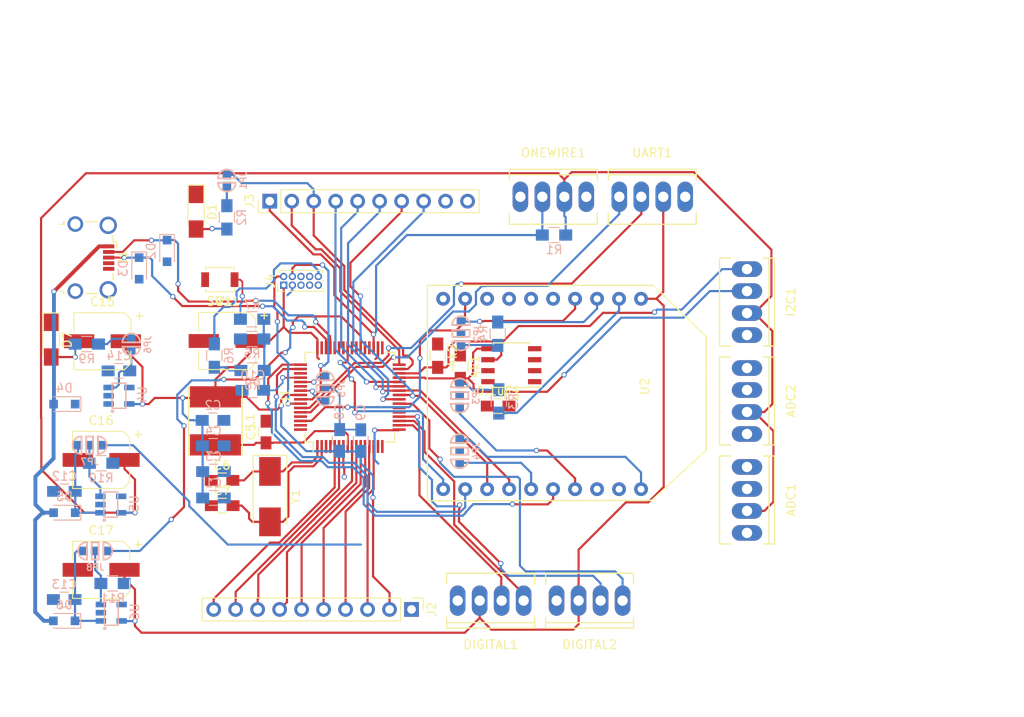
<source format=kicad_pcb>
(kicad_pcb (version 4) (host pcbnew 4.0.7)
  (layers (0 F.Cu signal) (31 B.Cu signal) (34 B.Paste user) (35 F.Paste user) (36 B.SilkS user) (37 F.SilkS user) (38 B.Mask user) (39 F.Mask user) (44 Edge.Cuts user))
  (net 0 "")
  (net 1 GND)
  (net 2 /3V3)
  (net 3 /SDA)
  (net 4 /SCL)
  (net 5 "Net-(ADC1-Pad1)")
  (net 6 /A0)
  (net 7 /3V3_SENS)
  (net 8 "Net-(ADC2-Pad1)")
  (net 9 /A1)
  (net 10 "Net-(C5-Pad1)")
  (net 11 "Net-(C6-Pad2)")
  (net 12 "Net-(C7-Pad2)")
  (net 13 "Net-(C8-Pad2)")
  (net 14 /RESETN)
  (net 15 "Net-(C12-Pad1)")
  (net 16 "Net-(C13-Pad1)")
  (net 17 "Net-(C14-Pad1)")
  (net 18 /3V3_COM)
  (net 19 "Net-(D1-Pad2)")
  (net 20 /USB_N)
  (net 21 /USB_P)
  (net 22 +5V)
  (net 23 "Net-(D7-Pad2)")
  (net 24 /D1)
  (net 25 /D0)
  (net 26 /D3)
  (net 27 /D2)
  (net 28 "Net-(J1-Pad4)")
  (net 29 /A2)
  (net 30 /A3)
  (net 31 /A4)
  (net 32 /A5)
  (net 33 /A6)
  (net 34 /A7)
  (net 35 /A8)
  (net 36 /A9)
  (net 37 /D11)
  (net 38 /D10)
  (net 39 /D9)
  (net 40 /D8)
  (net 41 /D7)
  (net 42 /D6)
  (net 43 /D5)
  (net 44 /D4)
  (net 45 /SWDIO)
  (net 46 /SWCLK)
  (net 47 "Net-(J4-Pad6)")
  (net 48 "Net-(J4-Pad7)")
  (net 49 "Net-(J4-Pad8)")
  (net 50 /RESET)
  (net 51 "Net-(JP1-Pad2)")
  (net 52 /xBEE_MISO)
  (net 53 /xBEE_TXD)
  (net 54 "Net-(JP2-Pad2)")
  (net 55 /xBEE_RXD)
  (net 56 /xBEE_SS)
  (net 57 "Net-(JP3-Pad2)")
  (net 58 /RI)
  (net 59 /ASSOC)
  (net 60 /RI_AS)
  (net 61 /Vddcore2)
  (net 62 /Vddcore1)
  (net 63 "Net-(JP6-Pad1)")
  (net 64 /VCC_SENS)
  (net 65 "Net-(JP7-Pad2)")
  (net 66 /VCC_COM)
  (net 67 "Net-(JP8-Pad2)")
  (net 68 "Net-(ONEWIRE1-Pad1)")
  (net 69 "Net-(R3-Pad1)")
  (net 70 "Net-(R4-Pad1)")
  (net 71 "Net-(R7-Pad2)")
  (net 72 /AREF)
  (net 73 /A10)
  (net 74 /D12)
  (net 75 /D13)
  (net 76 /D15)
  (net 77 /MOSI)
  (net 78 /SCK)
  (net 79 /RTS)
  (net 80 /CTS)
  (net 81 /SS_2)
  (net 82 /TXD)
  (net 83 /RXD)
  (net 84 "Net-(U1-Pad61)")
  (net 85 /A13)
  (net 86 /A12)
  (net 87 /A11)
  (net 88 "Net-(U2-Pad5)")
  (net 89 "Net-(U2-Pad6)")
  (net 90 "Net-(U2-Pad7)")
  (net 91 "Net-(U2-Pad8)")
  (net 92 "Net-(U2-Pad19)")
  (net 93 "Net-(U4-Pad4)")
  (net 94 "Net-(U5-Pad4)")
  (net 95 "Net-(U6-Pad4)")
  (net 96 "Net-(U3-Pad1)")
  (net 97 "Net-(U3-Pad2)")
  (net 98 "Net-(U3-Pad3)")
  (module XBEE:XBEE (layer F.Cu) (at 155.3464 90.6018 270)
    (fp_text reference U2 (at 10.1346 -0.4318 270) (layer F.SilkS))
    (fp_text value XBEE)
    (pad 1 thru_hole circle (at 0 0 270) (size 1.6 1.6) (drill 0.8) (layers *.Cu *.Mask) (net 18 /3V3_COM))
    (pad 2 thru_hole circle (at 0 2.54 270) (size 1.6 1.6) (drill 0.8) (layers *.Cu *.Mask) (net 69 "Net-(R3-Pad1)"))
    (pad 3 thru_hole circle (at 0 5.08 270) (size 1.6 1.6) (drill 0.8) (layers *.Cu *.Mask) (net 70 "Net-(R4-Pad1)"))
    (pad 4 thru_hole circle (at 0 7.62 270) (size 1.6 1.6) (drill 0.8) (layers *.Cu *.Mask) (net 52 /xBEE_MISO))
    (pad 5 thru_hole circle (at 0 10.16 270) (size 1.6 1.6) (drill 0.8) (layers *.Cu *.Mask) (net 88 "Net-(U2-Pad5)"))
    (pad 6 thru_hole circle (at 0 12.7 270) (size 1.6 1.6) (drill 0.8) (layers *.Cu *.Mask) (net 89 "Net-(U2-Pad6)"))
    (pad 7 thru_hole circle (at 0 15.24 270) (size 1.6 1.6) (drill 0.8) (layers *.Cu *.Mask) (net 90 "Net-(U2-Pad7)"))
    (pad 8 thru_hole circle (at 0 17.78 270) (size 1.6 1.6) (drill 0.8) (layers *.Cu *.Mask) (net 91 "Net-(U2-Pad8)"))
    (pad 9 thru_hole circle (at 0 20.32 270) (size 1.6 1.6) (drill 0.8) (layers *.Cu *.Mask) (net 85 /A13))
    (pad 10 thru_hole circle (at 0 22.86 270) (size 1.6 1.6) (drill 0.8) (layers *.Cu *.Mask) (net 1 GND))
    (pad 11 thru_hole circle (at 21.9964 22.86 270) (size 1.6 1.6) (drill 0.8) (layers *.Cu *.Mask) (net 77 /MOSI))
    (pad 12 thru_hole circle (at 21.9964 20.32 270) (size 1.6 1.6) (drill 0.8) (layers *.Cu *.Mask) (net 80 /CTS))
    (pad 13 thru_hole circle (at 21.9964 17.78 270) (size 1.6 1.6) (drill 0.8) (layers *.Cu *.Mask) (net 43 /D5))
    (pad 14 thru_hole circle (at 21.9964 15.24 270) (size 1.6 1.6) (drill 0.8) (layers *.Cu *.Mask) (net 42 /D6))
    (pad 15 thru_hole circle (at 21.9964 12.7 270) (size 1.6 1.6) (drill 0.8) (layers *.Cu *.Mask) (net 59 /ASSOC))
    (pad 16 thru_hole circle (at 21.9964 10.16 270) (size 1.6 1.6) (drill 0.8) (layers *.Cu *.Mask) (net 79 /RTS))
    (pad 17 thru_hole circle (at 21.9964 7.62 270) (size 1.6 1.6) (drill 0.8) (layers *.Cu *.Mask) (net 56 /xBEE_SS))
    (pad 18 thru_hole circle (at 21.9964 5.08 270) (size 1.6 1.6) (drill 0.8) (layers *.Cu *.Mask) (net 78 /SCK))
    (pad 19 thru_hole circle (at 21.9964 2.54 270) (size 1.6 1.6) (drill 0.8) (layers *.Cu *.Mask) (net 92 "Net-(U2-Pad19)"))
    (pad 20 thru_hole circle (at 21.9964 0 270) (size 1.6 1.6) (drill 0.8) (layers *.Cu *.Mask) (net 58 /RI))
  )
  (module Capacitors_SMD:C_0805_HandSoldering (layer F.Cu) (at 138.8364 102.997)
    (fp_text reference 0.1uF1 (at 0 -1.75) (layer F.SilkS))
    (fp_text value C)
    (pad 1 smd rect (at -1.25 0) (size 1.5 1.25) (layers F.Cu F.Paste F.Mask) (net 2 /3V3))
    (pad 2 smd rect (at 1.25 0) (size 1.5 1.25) (layers F.Cu F.Paste F.Mask) (net 1 GND))
  )
  (module Resistors_SMD:R_0805_HandSoldering (layer F.Cu) (at 134.4676 98.4466 270)
    (fp_text reference 4k1 (at 0 -1.7 270) (layer F.SilkS))
    (fp_text value R)
    (pad 1 smd rect (at -1.35 0 270) (size 1.5 1.3) (layers F.Cu F.Paste F.Mask) (net 2 /3V3))
    (pad 2 smd rect (at 1.35 0 270) (size 1.5 1.3) (layers F.Cu F.Paste F.Mask) (net 3 /SDA))
  )
  (module Resistors_SMD:R_0805_HandSoldering (layer F.Cu) (at 131.8514 97.1766 270)
    (fp_text reference 4k2 (at 0 -1.7 270) (layer F.SilkS))
    (fp_text value R)
    (pad 1 smd rect (at -1.35 0 270) (size 1.5 1.3) (layers F.Cu F.Paste F.Mask) (net 2 /3V3))
    (pad 2 smd rect (at 1.35 0 270) (size 1.5 1.3) (layers F.Cu F.Paste F.Mask) (net 4 /SCL))
  )
  (module Sockets_MOLEX_KK-System:Socket_MOLEX-KK-RM2-54mm_Lock_4pin_straight (layer F.Cu) (at 167.5892 113.8428 270)
    (fp_text reference ADC1 (at 0 -5.08 270) (layer F.SilkS))
    (fp_text value CONN_01x04)
    (pad 1 thru_hole oval (at -3.81 0 270) (size 1.80086 3.50012) (drill 1.19888) (layers *.Cu *.Mask) (net 5 "Net-(ADC1-Pad1)"))
    (pad 2 thru_hole oval (at -1.27 0 270) (size 1.80086 3.50012) (drill 1.19888) (layers *.Cu *.Mask) (net 6 /A0))
    (pad 3 thru_hole oval (at 1.27 0 270) (size 1.80086 3.50012) (drill 1.19888) (layers *.Cu *.Mask) (net 7 /3V3_SENS))
    (pad 4 thru_hole oval (at 3.81 0 270) (size 1.80086 3.50012) (drill 1.19888) (layers *.Cu *.Mask) (net 1 GND))
  )
  (module Sockets_MOLEX_KK-System:Socket_MOLEX-KK-RM2-54mm_Lock_4pin_straight (layer F.Cu) (at 167.5892 102.4128 270)
    (fp_text reference ADC2 (at 0 -5.08 270) (layer F.SilkS))
    (fp_text value CONN_01x04)
    (pad 1 thru_hole oval (at -3.81 0 270) (size 1.80086 3.50012) (drill 1.19888) (layers *.Cu *.Mask) (net 8 "Net-(ADC2-Pad1)"))
    (pad 2 thru_hole oval (at -1.27 0 270) (size 1.80086 3.50012) (drill 1.19888) (layers *.Cu *.Mask) (net 9 /A1))
    (pad 3 thru_hole oval (at 1.27 0 270) (size 1.80086 3.50012) (drill 1.19888) (layers *.Cu *.Mask) (net 7 /3V3_SENS))
    (pad 4 thru_hole oval (at 3.81 0 270) (size 1.80086 3.50012) (drill 1.19888) (layers *.Cu *.Mask) (net 1 GND))
  )
  (module Capacitors_SMD:C_0805_HandSoldering (layer B.Cu) (at 105.943754 113.615518 180)
    (fp_text reference C1 (at 0 1.75 180) (layer B.SilkS) (effects (justify mirror)))
    (fp_text value C)
    (pad 1 smd rect (at -1.25 0 180) (size 1.5 1.25) (layers B.Cu B.Paste B.Mask) (net 1 GND))
    (pad 2 smd rect (at 1.25 0 180) (size 1.5 1.25) (layers B.Cu B.Paste B.Mask) (net 2 /3V3))
  )
  (module Capacitors_SMD:C_0805_HandSoldering (layer B.Cu) (at 105.892954 104.649318 180)
    (fp_text reference C2 (at 0 1.75 180) (layer B.SilkS) (effects (justify mirror)))
    (fp_text value C)
    (pad 1 smd rect (at -1.25 0 180) (size 1.5 1.25) (layers B.Cu B.Paste B.Mask) (net 1 GND))
    (pad 2 smd rect (at 1.25 0 180) (size 1.5 1.25) (layers B.Cu B.Paste B.Mask) (net 2 /3V3))
  )
  (module Capacitors_SMD:C_0805_HandSoldering (layer B.Cu) (at 105.943754 110.567518 180)
    (fp_text reference C3 (at 0 1.75 180) (layer B.SilkS) (effects (justify mirror)))
    (fp_text value C)
    (pad 1 smd rect (at -1.25 0 180) (size 1.5 1.25) (layers B.Cu B.Paste B.Mask) (net 1 GND))
    (pad 2 smd rect (at 1.25 0 180) (size 1.5 1.25) (layers B.Cu B.Paste B.Mask) (net 2 /3V3))
  )
  (module Capacitors_SMD:C_0805_HandSoldering (layer B.Cu) (at 105.918354 107.595718 180)
    (fp_text reference C4 (at 0 1.75 180) (layer B.SilkS) (effects (justify mirror)))
    (fp_text value C)
    (pad 1 smd rect (at -1.25 0 180) (size 1.5 1.25) (layers B.Cu B.Paste B.Mask) (net 1 GND))
    (pad 2 smd rect (at 1.25 0 180) (size 1.5 1.25) (layers B.Cu B.Paste B.Mask) (net 2 /3V3))
  )
  (module Capacitors_SMD:C_0805_HandSoldering (layer F.Cu) (at 112.014 105.9942 90)
    (fp_text reference C5 (at 0 -1.75 90) (layer F.SilkS))
    (fp_text value C)
    (pad 1 smd rect (at -1.25 0 90) (size 1.5 1.25) (layers F.Cu F.Paste F.Mask) (net 10 "Net-(C5-Pad1)"))
    (pad 2 smd rect (at 1.25 0 90) (size 1.5 1.25) (layers F.Cu F.Paste F.Mask) (net 1 GND))
  )
  (module Capacitors_SMD:C_0805_HandSoldering (layer F.Cu) (at 106.934 111.5822)
    (fp_text reference C6 (at 0 -1.75) (layer F.SilkS))
    (fp_text value C)
    (pad 1 smd rect (at -1.25 0) (size 1.5 1.25) (layers F.Cu F.Paste F.Mask) (net 1 GND))
    (pad 2 smd rect (at 1.25 0) (size 1.5 1.25) (layers F.Cu F.Paste F.Mask) (net 11 "Net-(C6-Pad2)"))
  )
  (module Capacitors_SMD:C_0805_HandSoldering (layer F.Cu) (at 106.954 114.5032)
    (fp_text reference C7 (at 0 -1.75) (layer F.SilkS))
    (fp_text value C)
    (pad 1 smd rect (at -1.25 0) (size 1.5 1.25) (layers F.Cu F.Paste F.Mask) (net 1 GND))
    (pad 2 smd rect (at 1.25 0) (size 1.5 1.25) (layers F.Cu F.Paste F.Mask) (net 12 "Net-(C7-Pad2)"))
  )
  (module Capacitors_SMD:C_0805_HandSoldering (layer B.Cu) (at 120.523 106.9648 90)
    (fp_text reference C8 (at 3.3328 -0.0254 90) (layer B.SilkS) (effects (justify mirror)))
    (fp_text value 1uf)
    (pad 1 smd rect (at -1.25 0 90) (size 1.5 1.25) (layers B.Cu B.Paste B.Mask) (net 2 /3V3))
    (pad 2 smd rect (at 1.25 0 90) (size 1.5 1.25) (layers B.Cu B.Paste B.Mask) (net 13 "Net-(C8-Pad2)"))
  )
  (module Capacitors_SMD:C_0805_HandSoldering (layer B.Cu) (at 122.9614 106.9902 90)
    (fp_text reference C9 (at 3.2566 0 90) (layer B.SilkS) (effects (justify mirror)))
    (fp_text value 100nf)
    (pad 1 smd rect (at -1.25 0 90) (size 1.5 1.25) (layers B.Cu B.Paste B.Mask) (net 2 /3V3))
    (pad 2 smd rect (at 1.25 0 90) (size 1.5 1.25) (layers B.Cu B.Paste B.Mask) (net 13 "Net-(C8-Pad2)"))
  )
  (module Capacitors_SMD:C_0805_HandSoldering (layer B.Cu) (at 110.49 101.178068 180)
    (fp_text reference C10 (at 0 1.75 180) (layer B.SilkS) (effects (justify mirror)))
    (fp_text value 100nF)
    (pad 1 smd rect (at -1.25 0 180) (size 1.5 1.25) (layers B.Cu B.Paste B.Mask) (net 14 /RESETN))
    (pad 2 smd rect (at 1.25 0 180) (size 1.5 1.25) (layers B.Cu B.Paste B.Mask) (net 1 GND))
  )
  (module Capacitors_SMD:CP_Elec_6.3x5.8 (layer F.Cu) (at 107.5258 95.4786 180)
    (fp_text reference C11 (at 0 4.56 180) (layer F.SilkS))
    (fp_text value CP)
    (fp_text user + (at -4.28 3.01 180) (layer F.SilkS))
    (pad 1 smd rect (at -2.7 0) (size 3.5 1.6) (layers F.Cu F.Paste F.Mask) (net 2 /3V3))
    (pad 2 smd rect (at 2.7 0) (size 3.5 1.6) (layers F.Cu F.Paste F.Mask) (net 1 GND))
  )
  (module Capacitors_SMD:C_0805_HandSoldering (layer B.Cu) (at 88.7222 112.8522 180)
    (fp_text reference C12 (at 0 1.75 180) (layer B.SilkS) (effects (justify mirror)))
    (fp_text value C)
    (pad 1 smd rect (at -1.25 0 180) (size 1.5 1.25) (layers B.Cu B.Paste B.Mask) (net 15 "Net-(C12-Pad1)"))
    (pad 2 smd rect (at 1.25 0 180) (size 1.5 1.25) (layers B.Cu B.Paste B.Mask) (net 1 GND))
  )
  (module Capacitors_SMD:C_0805_HandSoldering (layer B.Cu) (at 88.6968 125.349 180)
    (fp_text reference C13 (at 0 1.75 180) (layer B.SilkS) (effects (justify mirror)))
    (fp_text value C)
    (pad 1 smd rect (at -1.25 0 180) (size 1.5 1.25) (layers B.Cu B.Paste B.Mask) (net 16 "Net-(C13-Pad1)"))
    (pad 2 smd rect (at 1.25 0 180) (size 1.5 1.25) (layers B.Cu B.Paste B.Mask) (net 1 GND))
  )
  (module Capacitors_SMD:C_0805_HandSoldering (layer B.Cu) (at 95.0214 98.933 180)
    (fp_text reference C14 (at 0 1.75 180) (layer B.SilkS) (effects (justify mirror)))
    (fp_text value C)
    (pad 1 smd rect (at -1.25 0 180) (size 1.5 1.25) (layers B.Cu B.Paste B.Mask) (net 17 "Net-(C14-Pad1)"))
    (pad 2 smd rect (at 1.25 0 180) (size 1.5 1.25) (layers B.Cu B.Paste B.Mask) (net 1 GND))
  )
  (module Capacitors_SMD:CP_Elec_6.3x5.8 (layer F.Cu) (at 93.1164 95.504 180)
    (fp_text reference C15 (at 0 4.56 180) (layer F.SilkS))
    (fp_text value CP)
    (fp_text user + (at -4.28 3.01 180) (layer F.SilkS))
    (pad 1 smd rect (at -2.7 0) (size 3.5 1.6) (layers F.Cu F.Paste F.Mask) (net 2 /3V3))
    (pad 2 smd rect (at 2.7 0) (size 3.5 1.6) (layers F.Cu F.Paste F.Mask) (net 1 GND))
  )
  (module Capacitors_SMD:CP_Elec_6.3x5.8 (layer F.Cu) (at 92.964 109.22 180)
    (fp_text reference C16 (at 0 4.56 180) (layer F.SilkS))
    (fp_text value CP)
    (fp_text user + (at -4.28 3.01 180) (layer F.SilkS))
    (pad 1 smd rect (at -2.7 0) (size 3.5 1.6) (layers F.Cu F.Paste F.Mask) (net 7 /3V3_SENS))
    (pad 2 smd rect (at 2.7 0) (size 3.5 1.6) (layers F.Cu F.Paste F.Mask) (net 1 GND))
  )
  (module Capacitors_SMD:CP_Elec_6.3x5.8 (layer F.Cu) (at 92.964 121.92 180)
    (fp_text reference C17 (at 0 4.56 180) (layer F.SilkS))
    (fp_text value CP)
    (fp_text user + (at -4.28 3.01 180) (layer F.SilkS))
    (pad 1 smd rect (at -2.7 0) (size 3.5 1.6) (layers F.Cu F.Paste F.Mask) (net 18 /3V3_COM))
    (pad 2 smd rect (at 2.7 0) (size 3.5 1.6) (layers F.Cu F.Paste F.Mask) (net 1 GND))
  )
  (module LEDs:LED_1206_HandSoldering (layer F.Cu) (at 103.9368 80.5434 270)
    (fp_text reference D1 (at 0 -1.85 270) (layer F.SilkS))
    (fp_text value LED)
    (pad 1 smd rect (at -2 0 270) (size 2 1.7) (layers F.Cu F.Paste F.Mask) (net 1 GND))
    (pad 2 smd rect (at 2 0 270) (size 2 1.7) (layers F.Cu F.Paste F.Mask) (net 19 "Net-(D1-Pad2)"))
  )
  (module Diodes_SMD:D_SOD-323_HandSoldering (layer B.Cu) (at 100.584 85.07 270)
    (fp_text reference D2 (at 0 1.85 270) (layer B.SilkS) (effects (justify mirror)))
    (fp_text value D_Zener_Small)
    (pad 1 smd rect (at -1.25 0 270) (size 1 1) (layers B.Cu B.Paste B.Mask) (net 20 /USB_N))
    (pad 2 smd rect (at 1.25 0 270) (size 1 1) (layers B.Cu B.Paste B.Mask) (net 1 GND))
  )
  (module Diodes_SMD:D_SOD-323_HandSoldering (layer B.Cu) (at 97.3582 87.0912 270)
    (fp_text reference D3 (at 0 1.85 270) (layer B.SilkS) (effects (justify mirror)))
    (fp_text value D_Zener_Small)
    (pad 1 smd rect (at -1.25 0 270) (size 1 1) (layers B.Cu B.Paste B.Mask) (net 21 /USB_P))
    (pad 2 smd rect (at 1.25 0 270) (size 1 1) (layers B.Cu B.Paste B.Mask) (net 1 GND))
  )
  (module Diodes_SMD:D_SOD-323_HandSoldering (layer B.Cu) (at 88.7222 102.7684 180)
    (fp_text reference D4 (at 0 1.85 180) (layer B.SilkS) (effects (justify mirror)))
    (fp_text value D_Schottky_Small)
    (pad 1 smd rect (at -1.25 0 180) (size 1 1) (layers B.Cu B.Paste B.Mask) (net 17 "Net-(C14-Pad1)"))
    (pad 2 smd rect (at 1.25 0 180) (size 1 1) (layers B.Cu B.Paste B.Mask) (net 22 +5V))
  )
  (module Diodes_SMD:D_SOD-323_HandSoldering (layer B.Cu) (at 88.7222 115.316 180)
    (fp_text reference D5 (at 0 1.85 180) (layer B.SilkS) (effects (justify mirror)))
    (fp_text value D_Schottky_Small)
    (pad 1 smd rect (at -1.25 0 180) (size 1 1) (layers B.Cu B.Paste B.Mask) (net 15 "Net-(C12-Pad1)"))
    (pad 2 smd rect (at 1.25 0 180) (size 1 1) (layers B.Cu B.Paste B.Mask) (net 22 +5V))
  )
  (module Diodes_SMD:D_SOD-323_HandSoldering (layer B.Cu) (at 88.6968 127.8128 180)
    (fp_text reference D6 (at 0 1.85 180) (layer B.SilkS) (effects (justify mirror)))
    (fp_text value D_Schottky_Small)
    (pad 1 smd rect (at -1.25 0 180) (size 1 1) (layers B.Cu B.Paste B.Mask) (net 16 "Net-(C13-Pad1)"))
    (pad 2 smd rect (at 1.25 0 180) (size 1 1) (layers B.Cu B.Paste B.Mask) (net 22 +5V))
  )
  (module LEDs:LED_1206_HandSoldering (layer F.Cu) (at 87.1982 95.3262 270)
    (fp_text reference D7 (at 0 -1.85 270) (layer F.SilkS))
    (fp_text value LED)
    (pad 1 smd rect (at -2 0 270) (size 2 1.7) (layers F.Cu F.Paste F.Mask) (net 1 GND))
    (pad 2 smd rect (at 2 0 270) (size 2 1.7) (layers F.Cu F.Paste F.Mask) (net 23 "Net-(D7-Pad2)"))
  )
  (module Sockets_MOLEX_KK-System:Socket_MOLEX-KK-RM2-54mm_Lock_4pin_straight (layer F.Cu) (at 137.9728 125.476 180)
    (fp_text reference DIGITAL1 (at 0 -5.08 180) (layer F.SilkS))
    (fp_text value CONN_01x04)
    (pad 1 thru_hole oval (at -3.81 0 180) (size 1.80086 3.50012) (drill 1.19888) (layers *.Cu *.Mask) (net 24 /D1))
    (pad 2 thru_hole oval (at -1.27 0 180) (size 1.80086 3.50012) (drill 1.19888) (layers *.Cu *.Mask) (net 25 /D0))
    (pad 3 thru_hole oval (at 1.27 0 180) (size 1.80086 3.50012) (drill 1.19888) (layers *.Cu *.Mask) (net 18 /3V3_COM))
    (pad 4 thru_hole oval (at 3.81 0 180) (size 1.80086 3.50012) (drill 1.19888) (layers *.Cu *.Mask) (net 1 GND))
  )
  (module Sockets_MOLEX_KK-System:Socket_MOLEX-KK-RM2-54mm_Lock_4pin_straight (layer F.Cu) (at 149.4028 125.476 180)
    (fp_text reference DIGITAL2 (at 0 -5.08 180) (layer F.SilkS))
    (fp_text value CONN_01x04)
    (pad 1 thru_hole oval (at -3.81 0 180) (size 1.80086 3.50012) (drill 1.19888) (layers *.Cu *.Mask) (net 26 /D3))
    (pad 2 thru_hole oval (at -1.27 0 180) (size 1.80086 3.50012) (drill 1.19888) (layers *.Cu *.Mask) (net 27 /D2))
    (pad 3 thru_hole oval (at 1.27 0 180) (size 1.80086 3.50012) (drill 1.19888) (layers *.Cu *.Mask) (net 18 /3V3_COM))
    (pad 4 thru_hole oval (at 3.81 0 180) (size 1.80086 3.50012) (drill 1.19888) (layers *.Cu *.Mask) (net 1 GND))
  )
  (module Sockets_MOLEX_KK-System:Socket_MOLEX-KK-RM2-54mm_Lock_4pin_straight (layer F.Cu) (at 167.5892 90.9828 270)
    (fp_text reference I2C1 (at 0 -5.08 270) (layer F.SilkS))
    (fp_text value CONN_01x04)
    (pad 1 thru_hole oval (at -3.81 0 270) (size 1.80086 3.50012) (drill 1.19888) (layers *.Cu *.Mask) (net 4 /SCL))
    (pad 2 thru_hole oval (at -1.27 0 270) (size 1.80086 3.50012) (drill 1.19888) (layers *.Cu *.Mask) (net 3 /SDA))
    (pad 3 thru_hole oval (at 1.27 0 270) (size 1.80086 3.50012) (drill 1.19888) (layers *.Cu *.Mask) (net 7 /3V3_SENS))
    (pad 4 thru_hole oval (at 3.81 0 270) (size 1.80086 3.50012) (drill 1.19888) (layers *.Cu *.Mask) (net 1 GND))
  )
  (module Connectors_USB:USB_Micro-B_Wuerth-629105150521_CircularHoles (layer F.Cu) (at 91.9354 85.8412 270)
    (fp_text reference J1 (at 0 -3.5 270) (layer F.SilkS))
    (fp_text value USB_OTG)
    (pad 1 smd rect (at -1.3 -1.9 270) (size 0.45 1.3) (layers F.Cu F.Paste F.Mask) (net 22 +5V))
    (pad 2 smd rect (at -0.65 -1.9 270) (size 0.45 1.3) (layers F.Cu F.Paste F.Mask) (net 20 /USB_N))
    (pad 3 smd rect (at 0 -1.9 270) (size 0.45 1.3) (layers F.Cu F.Paste F.Mask) (net 21 /USB_P))
    (pad 4 smd rect (at 0.65 -1.9 270) (size 0.45 1.3) (layers F.Cu F.Paste F.Mask) (net 28 "Net-(J1-Pad4)"))
    (pad 5 smd rect (at 1.3 -1.9 270) (size 0.45 1.3) (layers F.Cu F.Paste F.Mask) (net 1 GND))
    (pad 6 thru_hole circle (at -3.725 -1.85 270) (size 2 2) (drill 1.4) (layers *.Cu *.Mask) (net 1 GND))
    (pad 6 thru_hole circle (at 3.725 -1.85 270) (size 2 2) (drill 1.4) (layers *.Cu *.Mask) (net 1 GND))
    (pad 6 thru_hole circle (at -3.875 1.95 270) (size 1.8 1.8) (drill 1.2) (layers *.Cu *.Mask) (net 1 GND))
    (pad 6 thru_hole circle (at 3.875 1.95 270) (size 1.8 1.8) (drill 1.2) (layers *.Cu *.Mask) (net 1 GND))
    (pad "" np_thru_hole circle (at -2.5 -0.8 270) (size 0.8 0.8) (drill 0.8) (layers *.Cu *.Mask))
    (pad "" np_thru_hole circle (at 2.5 -0.8 270) (size 0.8 0.8) (drill 0.8) (layers *.Cu *.Mask))
  )
  (module Pin_Headers:Pin_Header_Straight_1x10_Pitch2.54mm (layer F.Cu) (at 128.8288 126.492 270)
    (fp_text reference J2 (at 0 -2.33 270) (layer F.SilkS))
    (fp_text value Conn_01x10)
    (pad 1 thru_hole rect (at 0 0 270) (size 1.7 1.7) (drill 1) (layers *.Cu *.Mask) (net 1 GND))
    (pad 2 thru_hole oval (at 0 2.54 270) (size 1.7 1.7) (drill 1) (layers *.Cu *.Mask) (net 2 /3V3))
    (pad 3 thru_hole oval (at 0 5.08 270) (size 1.7 1.7) (drill 1) (layers *.Cu *.Mask) (net 29 /A2))
    (pad 4 thru_hole oval (at 0 7.62 270) (size 1.7 1.7) (drill 1) (layers *.Cu *.Mask) (net 30 /A3))
    (pad 5 thru_hole oval (at 0 10.16 270) (size 1.7 1.7) (drill 1) (layers *.Cu *.Mask) (net 31 /A4))
    (pad 6 thru_hole oval (at 0 12.7 270) (size 1.7 1.7) (drill 1) (layers *.Cu *.Mask) (net 32 /A5))
    (pad 7 thru_hole oval (at 0 15.24 270) (size 1.7 1.7) (drill 1) (layers *.Cu *.Mask) (net 33 /A6))
    (pad 8 thru_hole oval (at 0 17.78 270) (size 1.7 1.7) (drill 1) (layers *.Cu *.Mask) (net 34 /A7))
    (pad 9 thru_hole oval (at 0 20.32 270) (size 1.7 1.7) (drill 1) (layers *.Cu *.Mask) (net 35 /A8))
    (pad 10 thru_hole oval (at 0 22.86 270) (size 1.7 1.7) (drill 1) (layers *.Cu *.Mask) (net 36 /A9))
  )
  (module Pin_Headers:Pin_Header_Straight_1x10_Pitch2.54mm (layer F.Cu) (at 112.4458 79.3242 90)
    (fp_text reference J3 (at 0 -2.33 90) (layer F.SilkS))
    (fp_text value Conn_01x10)
    (pad 1 thru_hole rect (at 0 0 90) (size 1.7 1.7) (drill 1) (layers *.Cu *.Mask) (net 37 /D11))
    (pad 2 thru_hole oval (at 0 2.54 90) (size 1.7 1.7) (drill 1) (layers *.Cu *.Mask) (net 38 /D10))
    (pad 3 thru_hole oval (at 0 5.08 90) (size 1.7 1.7) (drill 1) (layers *.Cu *.Mask) (net 39 /D9))
    (pad 4 thru_hole oval (at 0 7.62 90) (size 1.7 1.7) (drill 1) (layers *.Cu *.Mask) (net 40 /D8))
    (pad 5 thru_hole oval (at 0 10.16 90) (size 1.7 1.7) (drill 1) (layers *.Cu *.Mask) (net 41 /D7))
    (pad 6 thru_hole oval (at 0 12.7 90) (size 1.7 1.7) (drill 1) (layers *.Cu *.Mask) (net 42 /D6))
    (pad 7 thru_hole oval (at 0 15.24 90) (size 1.7 1.7) (drill 1) (layers *.Cu *.Mask) (net 43 /D5))
    (pad 8 thru_hole oval (at 0 17.78 90) (size 1.7 1.7) (drill 1) (layers *.Cu *.Mask) (net 44 /D4))
    (pad 9 thru_hole oval (at 0 20.32 90) (size 1.7 1.7) (drill 1) (layers *.Cu *.Mask) (net 2 /3V3))
    (pad 10 thru_hole oval (at 0 22.86 90) (size 1.7 1.7) (drill 1) (layers *.Cu *.Mask) (net 1 GND))
  )
  (module Pin_Headers:Pin_Header_Straight_2x05_Pitch1.00mm (layer F.Cu) (at 114.0592 89.027 90)
    (fp_text reference J4 (at 0.5 -1.56 90) (layer F.SilkS))
    (fp_text value CONN_02X05)
    (pad 1 thru_hole rect (at 0 0 90) (size 0.85 0.85) (drill 0.5) (layers *.Cu *.Mask) (net 2 /3V3))
    (pad 2 thru_hole oval (at 1 0 90) (size 0.85 0.85) (drill 0.5) (layers *.Cu *.Mask) (net 45 /SWDIO))
    (pad 3 thru_hole oval (at 0 1 90) (size 0.85 0.85) (drill 0.5) (layers *.Cu *.Mask) (net 1 GND))
    (pad 4 thru_hole oval (at 1 1 90) (size 0.85 0.85) (drill 0.5) (layers *.Cu *.Mask) (net 46 /SWCLK))
    (pad 5 thru_hole oval (at 0 2 90) (size 0.85 0.85) (drill 0.5) (layers *.Cu *.Mask) (net 1 GND))
    (pad 6 thru_hole oval (at 1 2 90) (size 0.85 0.85) (drill 0.5) (layers *.Cu *.Mask) (net 47 "Net-(J4-Pad6)"))
    (pad 7 thru_hole oval (at 0 3 90) (size 0.85 0.85) (drill 0.5) (layers *.Cu *.Mask) (net 48 "Net-(J4-Pad7)"))
    (pad 8 thru_hole oval (at 1 3 90) (size 0.85 0.85) (drill 0.5) (layers *.Cu *.Mask) (net 49 "Net-(J4-Pad8)"))
    (pad 9 thru_hole oval (at 0 4 90) (size 0.85 0.85) (drill 0.5) (layers *.Cu *.Mask) (net 1 GND))
    (pad 10 thru_hole oval (at 1 4 90) (size 0.85 0.85) (drill 0.5) (layers *.Cu *.Mask) (net 50 /RESET))
  )
  (module jumper:SOLDER-JUMPER_1-WAY (layer B.Cu) (at 107.4928 76.9389 270)
    (fp_text reference JP1 (at 0 -1.905 270) (layer B.SilkS) (effects (font (size 0.762 0.762) (thickness 0.1524)) (justify mirror)))
    (fp_text value Jumper hide)
    (pad 1 smd rect (at -0.65 0 270) (size 1 1) (layers B.Cu B.Paste B.Mask) (net 39 /D9))
    (pad 2 smd rect (at 0.65 0 270) (size 1 1) (layers B.Cu B.Paste B.Mask) (net 51 "Net-(JP1-Pad2)"))
  )
  (module jumper:SOLDER-JUMPER_2-WAY (layer B.Cu) (at 134.5438 94.5934 270)
    (fp_text reference JP2 (at 0 -1.905 270) (layer B.SilkS) (effects (font (size 0.762 0.762) (thickness 0.1524)) (justify mirror)))
    (fp_text value JUMPER3 hide)
    (pad 1 smd rect (at -1.35 0 270) (size 1 1) (layers B.Cu B.Paste B.Mask) (net 52 /xBEE_MISO))
    (pad 3 smd rect (at 1.35 0 270) (size 1 1) (layers B.Cu B.Paste B.Mask) (net 53 /xBEE_TXD))
    (pad 2 smd rect (at 0 0 270) (size 1 1) (layers B.Cu B.Paste B.Mask) (net 54 "Net-(JP2-Pad2)"))
  )
  (module jumper:SOLDER-JUMPER_2-WAY (layer B.Cu) (at 134.3914 101.7778 270)
    (fp_text reference JP3 (at 0 -1.905 270) (layer B.SilkS) (effects (font (size 0.762 0.762) (thickness 0.1524)) (justify mirror)))
    (fp_text value JUMPER3 hide)
    (pad 1 smd rect (at -1.35 0 270) (size 1 1) (layers B.Cu B.Paste B.Mask) (net 55 /xBEE_RXD))
    (pad 3 smd rect (at 1.35 0 270) (size 1 1) (layers B.Cu B.Paste B.Mask) (net 56 /xBEE_SS))
    (pad 2 smd rect (at 0 0 270) (size 1 1) (layers B.Cu B.Paste B.Mask) (net 57 "Net-(JP3-Pad2)"))
  )
  (module jumper:SOLDER-JUMPER_2-WAY (layer B.Cu) (at 134.3914 108.204 270)
    (fp_text reference JP4 (at 0 -1.905 270) (layer B.SilkS) (effects (font (size 0.762 0.762) (thickness 0.1524)) (justify mirror)))
    (fp_text value Jumper_NC_Dual hide)
    (pad 1 smd rect (at -1.35 0 270) (size 1 1) (layers B.Cu B.Paste B.Mask) (net 58 /RI))
    (pad 3 smd rect (at 1.35 0 270) (size 1 1) (layers B.Cu B.Paste B.Mask) (net 59 /ASSOC))
    (pad 2 smd rect (at 0 0 270) (size 1 1) (layers B.Cu B.Paste B.Mask) (net 60 /RI_AS))
  )
  (module jumper:SOLDER-JUMPER_2-WAY (layer B.Cu) (at 118.8466 100.965 270)
    (fp_text reference JP5 (at 0 -1.905 270) (layer B.SilkS) (effects (font (size 0.762 0.762) (thickness 0.1524)) (justify mirror)))
    (fp_text value Jumper_NC_Dual hide)
    (pad 1 smd rect (at -1.35 0 270) (size 1 1) (layers B.Cu B.Paste B.Mask) (net 61 /Vddcore2))
    (pad 3 smd rect (at 1.35 0 270) (size 1 1) (layers B.Cu B.Paste B.Mask) (net 62 /Vddcore1))
    (pad 2 smd rect (at 0 0 270) (size 1 1) (layers B.Cu B.Paste B.Mask) (net 13 "Net-(C8-Pad2)"))
  )
  (module jumper:SOLDER-JUMPER_1-WAY (layer B.Cu) (at 96.4438 95.885 270)
    (fp_text reference JP6 (at 0 -1.905 270) (layer B.SilkS) (effects (font (size 0.762 0.762) (thickness 0.1524)) (justify mirror)))
    (fp_text value Jumper_NC_Small hide)
    (pad 1 smd rect (at -0.65 0 270) (size 1 1) (layers B.Cu B.Paste B.Mask) (net 63 "Net-(JP6-Pad1)"))
    (pad 2 smd rect (at 0.65 0 270) (size 1 1) (layers B.Cu B.Paste B.Mask) (net 17 "Net-(C14-Pad1)"))
  )
  (module jumper:SOLDER-JUMPER_2-WAY (layer B.Cu) (at 91.6432 107.5182 180)
    (fp_text reference JP7 (at 0 -1.905 180) (layer B.SilkS) (effects (font (size 0.762 0.762) (thickness 0.1524)) (justify mirror)))
    (fp_text value Jumper_NC_Dual hide)
    (pad 1 smd rect (at -1.35 0 180) (size 1 1) (layers B.Cu B.Paste B.Mask) (net 64 /VCC_SENS))
    (pad 3 smd rect (at 1.35 0 180) (size 1 1) (layers B.Cu B.Paste B.Mask) (net 15 "Net-(C12-Pad1)"))
    (pad 2 smd rect (at 0 0 180) (size 1 1) (layers B.Cu B.Paste B.Mask) (net 65 "Net-(JP7-Pad2)"))
  )
  (module jumper:SOLDER-JUMPER_2-WAY (layer B.Cu) (at 92.2744 119.7356 180)
    (fp_text reference JP8 (at 0 -1.905 180) (layer B.SilkS) (effects (font (size 0.762 0.762) (thickness 0.1524)) (justify mirror)))
    (fp_text value Jumper_NC_Dual hide)
    (pad 1 smd rect (at -1.35 0 180) (size 1 1) (layers B.Cu B.Paste B.Mask) (net 66 /VCC_COM))
    (pad 3 smd rect (at 1.35 0 180) (size 1 1) (layers B.Cu B.Paste B.Mask) (net 16 "Net-(C13-Pad1)"))
    (pad 2 smd rect (at 0 0 180) (size 1 1) (layers B.Cu B.Paste B.Mask) (net 67 "Net-(JP8-Pad2)"))
  )
  (module Inductors:Inductor_Taiyo-Yuden_NR-60xx_HandSoldering (layer F.Cu) (at 106.172 104.7052 270)
    (fp_text reference L1 (at 0 -4 270) (layer F.SilkS))
    (fp_text value L)
    (pad 1 smd rect (at -2.775 0 270) (size 2.45 5.9) (layers F.Cu F.Paste F.Mask) (net 2 /3V3))
    (pad 2 smd rect (at 2.775 0 270) (size 2.45 5.9) (layers F.Cu F.Paste F.Mask) (net 10 "Net-(C5-Pad1)"))
  )
  (module Sockets_MOLEX_KK-System:Socket_MOLEX-KK-RM2-54mm_Lock_4pin_straight (layer F.Cu) (at 145.2118 78.8162)
    (fp_text reference ONEWIRE1 (at 0 -5.08) (layer F.SilkS))
    (fp_text value CONN_01x04)
    (pad 1 thru_hole oval (at -3.81 0) (size 1.80086 3.50012) (drill 1.19888) (layers *.Cu *.Mask) (net 68 "Net-(ONEWIRE1-Pad1)"))
    (pad 2 thru_hole oval (at -1.27 0) (size 1.80086 3.50012) (drill 1.19888) (layers *.Cu *.Mask) (net 37 /D11))
    (pad 3 thru_hole oval (at 1.27 0) (size 1.80086 3.50012) (drill 1.19888) (layers *.Cu *.Mask) (net 7 /3V3_SENS))
    (pad 4 thru_hole oval (at 3.81 0) (size 1.80086 3.50012) (drill 1.19888) (layers *.Cu *.Mask) (net 1 GND))
  )
  (module Resistors_SMD:R_0805_HandSoldering (layer B.Cu) (at 145.2918 83.2358)
    (fp_text reference R1 (at 0 1.7) (layer B.SilkS) (effects (justify mirror)))
    (fp_text value R_Small)
    (pad 1 smd rect (at -1.35 0) (size 1.5 1.3) (layers B.Cu B.Paste B.Mask) (net 37 /D11))
    (pad 2 smd rect (at 1.35 0) (size 1.5 1.3) (layers B.Cu B.Paste B.Mask) (net 7 /3V3_SENS))
  )
  (module Resistors_SMD:R_0805_HandSoldering (layer B.Cu) (at 107.4928 81.1949 90)
    (fp_text reference R2 (at 0 1.7 90) (layer B.SilkS) (effects (justify mirror)))
    (fp_text value R)
    (pad 1 smd rect (at -1.35 0 90) (size 1.5 1.3) (layers B.Cu B.Paste B.Mask) (net 19 "Net-(D1-Pad2)"))
    (pad 2 smd rect (at 1.35 0 90) (size 1.5 1.3) (layers B.Cu B.Paste B.Mask) (net 51 "Net-(JP1-Pad2)"))
  )
  (module Resistors_SMD:R_0805_HandSoldering (layer B.Cu) (at 138.9126 102.4598 90)
    (fp_text reference R3 (at 0 1.7 90) (layer B.SilkS) (effects (justify mirror)))
    (fp_text value R_Small)
    (pad 1 smd rect (at -1.35 0 90) (size 1.5 1.3) (layers B.Cu B.Paste B.Mask) (net 69 "Net-(R3-Pad1)"))
    (pad 2 smd rect (at 1.35 0 90) (size 1.5 1.3) (layers B.Cu B.Paste B.Mask) (net 55 /xBEE_RXD))
  )
  (module Resistors_SMD:R_0805_HandSoldering (layer B.Cu) (at 138.7856 94.6366 270)
    (fp_text reference R4 (at 0 1.7 270) (layer B.SilkS) (effects (justify mirror)))
    (fp_text value R_Small)
    (pad 1 smd rect (at -1.35 0 270) (size 1.5 1.3) (layers B.Cu B.Paste B.Mask) (net 70 "Net-(R4-Pad1)"))
    (pad 2 smd rect (at 1.35 0 270) (size 1.5 1.3) (layers B.Cu B.Paste B.Mask) (net 53 /xBEE_TXD))
  )
  (module Resistors_SMD:R_0805_HandSoldering (layer B.Cu) (at 110.41 95.25)
    (fp_text reference R5 (at 0 1.7) (layer B.SilkS) (effects (justify mirror)))
    (fp_text value R)
    (pad 1 smd rect (at -1.35 0) (size 1.5 1.3) (layers B.Cu B.Paste B.Mask) (net 50 /RESET))
    (pad 2 smd rect (at 1.35 0) (size 1.5 1.3) (layers B.Cu B.Paste B.Mask) (net 14 /RESETN))
  )
  (module Resistors_SMD:R_0805_HandSoldering (layer B.Cu) (at 106.045 97.161068 90)
    (fp_text reference R6 (at 0 1.7 90) (layer B.SilkS) (effects (justify mirror)))
    (fp_text value R)
    (pad 1 smd rect (at -1.35 0 90) (size 1.5 1.3) (layers B.Cu B.Paste B.Mask) (net 2 /3V3))
    (pad 2 smd rect (at 1.35 0 90) (size 1.5 1.3) (layers B.Cu B.Paste B.Mask) (net 50 /RESET))
  )
  (module Resistors_SMD:R_0805_HandSoldering (layer B.Cu) (at 110.41 92.964 180)
    (fp_text reference R7 (at 0 1.7 180) (layer B.SilkS) (effects (justify mirror)))
    (fp_text value 330)
    (pad 1 smd rect (at -1.35 0 180) (size 1.5 1.3) (layers B.Cu B.Paste B.Mask) (net 14 /RESETN))
    (pad 2 smd rect (at 1.35 0 180) (size 1.5 1.3) (layers B.Cu B.Paste B.Mask) (net 71 "Net-(R7-Pad2)"))
  )
  (module Resistors_SMD:R_0805_HandSoldering (layer B.Cu) (at 110.4646 98.8822)
    (fp_text reference R8 (at 0 1.7) (layer B.SilkS) (effects (justify mirror)))
    (fp_text value 10k)
    (pad 1 smd rect (at -1.35 0) (size 1.5 1.3) (layers B.Cu B.Paste B.Mask) (net 2 /3V3))
    (pad 2 smd rect (at 1.35 0) (size 1.5 1.3) (layers B.Cu B.Paste B.Mask) (net 14 /RESETN))
  )
  (module Resistors_SMD:R_0805_HandSoldering (layer B.Cu) (at 91.3092 95.8342)
    (fp_text reference R9 (at 0 1.7) (layer B.SilkS) (effects (justify mirror)))
    (fp_text value R)
    (pad 1 smd rect (at -1.35 0) (size 1.5 1.3) (layers B.Cu B.Paste B.Mask) (net 23 "Net-(D7-Pad2)"))
    (pad 2 smd rect (at 1.35 0) (size 1.5 1.3) (layers B.Cu B.Paste B.Mask) (net 63 "Net-(JP6-Pad1)"))
  )
  (module Resistors_SMD:R_0805_HandSoldering (layer B.Cu) (at 92.964 109.601)
    (fp_text reference R10 (at 0 1.7) (layer B.SilkS) (effects (justify mirror)))
    (fp_text value R)
    (pad 1 smd rect (at -1.35 0) (size 1.5 1.3) (layers B.Cu B.Paste B.Mask) (net 65 "Net-(JP7-Pad2)"))
    (pad 2 smd rect (at 1.35 0) (size 1.5 1.3) (layers B.Cu B.Paste B.Mask) (net 1 GND))
  )
  (module Resistors_SMD:R_0805_HandSoldering (layer B.Cu) (at 94.2848 123.4948)
    (fp_text reference R11 (at 0 1.7) (layer B.SilkS) (effects (justify mirror)))
    (fp_text value R)
    (pad 1 smd rect (at -1.35 0) (size 1.5 1.3) (layers B.Cu B.Paste B.Mask) (net 67 "Net-(JP8-Pad2)"))
    (pad 2 smd rect (at 1.35 0) (size 1.5 1.3) (layers B.Cu B.Paste B.Mask) (net 1 GND))
  )
  (module Buttons_Switches_SMD:SW_SPST_B3U-1000P (layer F.Cu) (at 106.68 88.392 180)
    (fp_text reference SW1 (at 0 -2.5 180) (layer F.SilkS))
    (fp_text value SW_Push)
    (pad 1 smd rect (at -1.7 0 180) (size 0.9 1.7) (layers F.Cu F.Paste F.Mask) (net 71 "Net-(R7-Pad2)"))
    (pad 2 smd rect (at 1.7 0 180) (size 0.9 1.7) (layers F.Cu F.Paste F.Mask) (net 1 GND))
  )
  (module Housings_QFP:TQFP-64_10x10mm_Pitch0.5mm (layer F.Cu) (at 121.702 101.966 90)
    (fp_text reference U1 (at 0 -7.45 90) (layer F.SilkS))
    (fp_text value SAMD20J18A-AU)
    (pad 1 smd rect (at -5.7 -3.75 90) (size 1.5 0.3) (layers F.Cu F.Paste F.Mask) (net 11 "Net-(C6-Pad2)"))
    (pad 2 smd rect (at -5.7 -3.25 90) (size 1.5 0.3) (layers F.Cu F.Paste F.Mask) (net 12 "Net-(C7-Pad2)"))
    (pad 3 smd rect (at -5.7 -2.75 90) (size 1.5 0.3) (layers F.Cu F.Paste F.Mask) (net 6 /A0))
    (pad 4 smd rect (at -5.7 -2.25 90) (size 1.5 0.3) (layers F.Cu F.Paste F.Mask) (net 72 /AREF))
    (pad 5 smd rect (at -5.7 -1.75 90) (size 1.5 0.3) (layers F.Cu F.Paste F.Mask) (net 36 /A9))
    (pad 6 smd rect (at -5.7 -1.25 90) (size 1.5 0.3) (layers F.Cu F.Paste F.Mask) (net 35 /A8))
    (pad 7 smd rect (at -5.7 -0.75 90) (size 1.5 0.3) (layers F.Cu F.Paste F.Mask) (net 1 GND))
    (pad 8 smd rect (at -5.7 -0.25 90) (size 1.5 0.3) (layers F.Cu F.Paste F.Mask) (net 10 "Net-(C5-Pad1)"))
    (pad 9 smd rect (at -5.7 0.25 90) (size 1.5 0.3) (layers F.Cu F.Paste F.Mask) (net 34 /A7))
    (pad 10 smd rect (at -5.7 0.75 90) (size 1.5 0.3) (layers F.Cu F.Paste F.Mask) (net 33 /A6))
    (pad 11 smd rect (at -5.7 1.25 90) (size 1.5 0.3) (layers F.Cu F.Paste F.Mask) (net 32 /A5))
    (pad 12 smd rect (at -5.7 1.75 90) (size 1.5 0.3) (layers F.Cu F.Paste F.Mask) (net 31 /A4))
    (pad 13 smd rect (at -5.7 2.25 90) (size 1.5 0.3) (layers F.Cu F.Paste F.Mask) (net 30 /A3))
    (pad 14 smd rect (at -5.7 2.75 90) (size 1.5 0.3) (layers F.Cu F.Paste F.Mask) (net 29 /A2))
    (pad 15 smd rect (at -5.7 3.25 90) (size 1.5 0.3) (layers F.Cu F.Paste F.Mask) (net 9 /A1))
    (pad 16 smd rect (at -5.7 3.75 90) (size 1.5 0.3) (layers F.Cu F.Paste F.Mask) (net 73 /A10))
    (pad 17 smd rect (at -3.75 5.7 180) (size 1.5 0.3) (layers F.Cu F.Paste F.Mask) (net 64 /VCC_SENS))
    (pad 18 smd rect (at -3.25 5.7 180) (size 1.5 0.3) (layers F.Cu F.Paste F.Mask) (net 25 /D0))
    (pad 19 smd rect (at -2.75 5.7 180) (size 1.5 0.3) (layers F.Cu F.Paste F.Mask) (net 24 /D1))
    (pad 20 smd rect (at -2.25 5.7 180) (size 1.5 0.3) (layers F.Cu F.Paste F.Mask) (net 27 /D2))
    (pad 21 smd rect (at -1.75 5.7 180) (size 1.5 0.3) (layers F.Cu F.Paste F.Mask) (net 2 /3V3))
    (pad 22 smd rect (at -1.25 5.7 180) (size 1.5 0.3) (layers F.Cu F.Paste F.Mask) (net 1 GND))
    (pad 23 smd rect (at -0.75 5.7 180) (size 1.5 0.3) (layers F.Cu F.Paste F.Mask) (net 26 /D3))
    (pad 24 smd rect (at -0.25 5.7 180) (size 1.5 0.3) (layers F.Cu F.Paste F.Mask) (net 44 /D4))
    (pad 25 smd rect (at 0.25 5.7 180) (size 1.5 0.3) (layers F.Cu F.Paste F.Mask) (net 43 /D5))
    (pad 26 smd rect (at 0.75 5.7 180) (size 1.5 0.3) (layers F.Cu F.Paste F.Mask) (net 42 /D6))
    (pad 27 smd rect (at 1.25 5.7 180) (size 1.5 0.3) (layers F.Cu F.Paste F.Mask) (net 41 /D7))
    (pad 28 smd rect (at 1.75 5.7 180) (size 1.5 0.3) (layers F.Cu F.Paste F.Mask) (net 40 /D8))
    (pad 29 smd rect (at 2.25 5.7 180) (size 1.5 0.3) (layers F.Cu F.Paste F.Mask) (net 3 /SDA))
    (pad 30 smd rect (at 2.75 5.7 180) (size 1.5 0.3) (layers F.Cu F.Paste F.Mask) (net 4 /SCL))
    (pad 31 smd rect (at 3.25 5.7 180) (size 1.5 0.3) (layers F.Cu F.Paste F.Mask) (net 39 /D9))
    (pad 32 smd rect (at 3.75 5.7 180) (size 1.5 0.3) (layers F.Cu F.Paste F.Mask) (net 38 /D10))
    (pad 33 smd rect (at 5.7 3.75 90) (size 1.5 0.3) (layers F.Cu F.Paste F.Mask) (net 1 GND))
    (pad 34 smd rect (at 5.7 3.25 90) (size 1.5 0.3) (layers F.Cu F.Paste F.Mask) (net 2 /3V3))
    (pad 35 smd rect (at 5.7 2.75 90) (size 1.5 0.3) (layers F.Cu F.Paste F.Mask) (net 37 /D11))
    (pad 36 smd rect (at 5.7 2.25 90) (size 1.5 0.3) (layers F.Cu F.Paste F.Mask) (net 74 /D12))
    (pad 37 smd rect (at 5.7 1.75 90) (size 1.5 0.3) (layers F.Cu F.Paste F.Mask) (net 75 /D13))
    (pad 38 smd rect (at 5.7 1.25 90) (size 1.5 0.3) (layers F.Cu F.Paste F.Mask) (net 66 /VCC_COM))
    (pad 39 smd rect (at 5.7 0.75 90) (size 1.5 0.3) (layers F.Cu F.Paste F.Mask) (net 76 /D15))
    (pad 40 smd rect (at 5.7 0.25 90) (size 1.5 0.3) (layers F.Cu F.Paste F.Mask) (net 60 /RI_AS))
    (pad 41 smd rect (at 5.7 -0.25 90) (size 1.5 0.3) (layers F.Cu F.Paste F.Mask) (net 77 /MOSI))
    (pad 42 smd rect (at 5.7 -0.75 90) (size 1.5 0.3) (layers F.Cu F.Paste F.Mask) (net 78 /SCK))
    (pad 43 smd rect (at 5.7 -1.25 90) (size 1.5 0.3) (layers F.Cu F.Paste F.Mask) (net 54 "Net-(JP2-Pad2)"))
    (pad 44 smd rect (at 5.7 -1.75 90) (size 1.5 0.3) (layers F.Cu F.Paste F.Mask) (net 57 "Net-(JP3-Pad2)"))
    (pad 45 smd rect (at 5.7 -2.25 90) (size 1.5 0.3) (layers F.Cu F.Paste F.Mask) (net 20 /USB_N))
    (pad 46 smd rect (at 5.7 -2.75 90) (size 1.5 0.3) (layers F.Cu F.Paste F.Mask) (net 21 /USB_P))
    (pad 47 smd rect (at 5.7 -3.25 90) (size 1.5 0.3) (layers F.Cu F.Paste F.Mask) (net 1 GND))
    (pad 48 smd rect (at 5.7 -3.75 90) (size 1.5 0.3) (layers F.Cu F.Paste F.Mask) (net 2 /3V3))
    (pad 49 smd rect (at 3.75 -5.7 180) (size 1.5 0.3) (layers F.Cu F.Paste F.Mask) (net 79 /RTS))
    (pad 50 smd rect (at 3.25 -5.7 180) (size 1.5 0.3) (layers F.Cu F.Paste F.Mask) (net 80 /CTS))
    (pad 51 smd rect (at 2.75 -5.7 180) (size 1.5 0.3) (layers F.Cu F.Paste F.Mask) (net 81 /SS_2))
    (pad 52 smd rect (at 2.25 -5.7 180) (size 1.5 0.3) (layers F.Cu F.Paste F.Mask) (net 14 /RESETN))
    (pad 53 smd rect (at 1.75 -5.7 180) (size 1.5 0.3) (layers F.Cu F.Paste F.Mask) (net 61 /Vddcore2))
    (pad 54 smd rect (at 1.25 -5.7 180) (size 1.5 0.3) (layers F.Cu F.Paste F.Mask) (net 1 GND))
    (pad 55 smd rect (at 0.75 -5.7 180) (size 1.5 0.3) (layers F.Cu F.Paste F.Mask) (net 62 /Vddcore1))
    (pad 56 smd rect (at 0.25 -5.7 180) (size 1.5 0.3) (layers F.Cu F.Paste F.Mask) (net 2 /3V3))
    (pad 57 smd rect (at -0.25 -5.7 180) (size 1.5 0.3) (layers F.Cu F.Paste F.Mask) (net 46 /SWCLK))
    (pad 58 smd rect (at -0.75 -5.7 180) (size 1.5 0.3) (layers F.Cu F.Paste F.Mask) (net 45 /SWDIO))
    (pad 59 smd rect (at -1.25 -5.7 180) (size 1.5 0.3) (layers F.Cu F.Paste F.Mask) (net 82 /TXD))
    (pad 60 smd rect (at -1.75 -5.7 180) (size 1.5 0.3) (layers F.Cu F.Paste F.Mask) (net 83 /RXD))
    (pad 61 smd rect (at -2.25 -5.7 180) (size 1.5 0.3) (layers F.Cu F.Paste F.Mask) (net 84 "Net-(U1-Pad61)"))
    (pad 62 smd rect (at -2.75 -5.7 180) (size 1.5 0.3) (layers F.Cu F.Paste F.Mask) (net 85 /A13))
    (pad 63 smd rect (at -3.25 -5.7 180) (size 1.5 0.3) (layers F.Cu F.Paste F.Mask) (net 86 /A12))
    (pad 64 smd rect (at -3.75 -5.7 180) (size 1.5 0.3) (layers F.Cu F.Paste F.Mask) (net 87 /A11))
  )
  (module sot:IC-SOT25 (layer B.Cu) (at 95.0276 101.8032 90)
    (fp_text reference U4 (at 0.1 2.7 90) (layer B.SilkS) (effects (justify mirror)))
    (fp_text value XC6220B331MR-G hide)
    (pad 5 smd rect (at -0.95 1.2 90) (size 0.65 1.2) (layers B.Cu B.Paste B.Mask) (net 2 /3V3))
    (pad 1 smd rect (at -0.95 -1.2 90) (size 0.65 1.2) (layers B.Cu B.Paste B.Mask) (net 17 "Net-(C14-Pad1)"))
    (pad 2 smd rect (at 0 -1.2 90) (size 0.65 1.2) (layers B.Cu B.Paste B.Mask) (net 1 GND))
    (pad 3 smd rect (at 0.95 -1.2 90) (size 0.65 1.2) (layers B.Cu B.Paste B.Mask) (net 17 "Net-(C14-Pad1)"))
    (pad 4 smd rect (at 0.95 1.2 90) (size 0.65 1.2) (layers B.Cu B.Paste B.Mask) (net 93 "Net-(U4-Pad4)"))
  )
  (module sot:IC-SOT25 (layer B.Cu) (at 94.0816 114.3762 90)
    (fp_text reference U5 (at 0.1 2.7 90) (layer B.SilkS) (effects (justify mirror)))
    (fp_text value XC6220B331MR-G hide)
    (pad 5 smd rect (at -0.95 1.2 90) (size 0.65 1.2) (layers B.Cu B.Paste B.Mask) (net 7 /3V3_SENS))
    (pad 1 smd rect (at -0.95 -1.2 90) (size 0.65 1.2) (layers B.Cu B.Paste B.Mask) (net 15 "Net-(C12-Pad1)"))
    (pad 2 smd rect (at 0 -1.2 90) (size 0.65 1.2) (layers B.Cu B.Paste B.Mask) (net 1 GND))
    (pad 3 smd rect (at 0.95 -1.2 90) (size 0.65 1.2) (layers B.Cu B.Paste B.Mask) (net 65 "Net-(JP7-Pad2)"))
    (pad 4 smd rect (at 0.95 1.2 90) (size 0.65 1.2) (layers B.Cu B.Paste B.Mask) (net 94 "Net-(U5-Pad4)"))
  )
  (module sot:IC-SOT25 (layer B.Cu) (at 94.1386 126.873 90)
    (fp_text reference U6 (at 0.1 2.7 90) (layer B.SilkS) (effects (justify mirror)))
    (fp_text value XC6220B331MR-G hide)
    (pad 5 smd rect (at -0.95 1.2 90) (size 0.65 1.2) (layers B.Cu B.Paste B.Mask) (net 18 /3V3_COM))
    (pad 1 smd rect (at -0.95 -1.2 90) (size 0.65 1.2) (layers B.Cu B.Paste B.Mask) (net 16 "Net-(C13-Pad1)"))
    (pad 2 smd rect (at 0 -1.2 90) (size 0.65 1.2) (layers B.Cu B.Paste B.Mask) (net 1 GND))
    (pad 3 smd rect (at 0.95 -1.2 90) (size 0.65 1.2) (layers B.Cu B.Paste B.Mask) (net 67 "Net-(JP8-Pad2)"))
    (pad 4 smd rect (at 0.95 1.2 90) (size 0.65 1.2) (layers B.Cu B.Paste B.Mask) (net 95 "Net-(U6-Pad4)"))
  )
  (module Sockets_MOLEX_KK-System:Socket_MOLEX-KK-RM2-54mm_Lock_4pin_straight (layer F.Cu) (at 156.6418 78.8162)
    (fp_text reference UART1 (at 0 -5.08) (layer F.SilkS))
    (fp_text value CONN_01x04)
    (pad 1 thru_hole oval (at -3.81 0) (size 1.80086 3.50012) (drill 1.19888) (layers *.Cu *.Mask) (net 83 /RXD))
    (pad 2 thru_hole oval (at -1.27 0) (size 1.80086 3.50012) (drill 1.19888) (layers *.Cu *.Mask) (net 82 /TXD))
    (pad 3 thru_hole oval (at 1.27 0) (size 1.80086 3.50012) (drill 1.19888) (layers *.Cu *.Mask) (net 18 /3V3_COM))
    (pad 4 thru_hole oval (at 3.81 0) (size 1.80086 3.50012) (drill 1.19888) (layers *.Cu *.Mask) (net 1 GND))
  )
  (module Crystals:Crystal_SMD_0603-2pin_6.0x3.5mm_HandSoldering (layer F.Cu) (at 112.4712 113.4618 270)
    (fp_text reference Y1 (at 0 -2.95 270) (layer F.SilkS))
    (fp_text value Crystal)
    (pad 1 smd rect (at -2.9125 0 270) (size 3.325 2.5) (layers F.Cu F.Paste F.Mask) (net 11 "Net-(C6-Pad2)"))
    (pad 2 smd rect (at 2.9125 0 270) (size 3.325 2.5) (layers F.Cu F.Paste F.Mask) (net 12 "Net-(C7-Pad2)"))
  )
  (module Housings_SOIC:SOIC-8_3.9x4.9mm_Pitch1.27mm (layer F.Cu) (at 140.3604 98.2726 180)
    (fp_text reference U3 (at 0 -3.5 180) (layer F.SilkS))
    (fp_text value MB85RC64VPNF-G-JNERE1)
    (pad 1 smd rect (at -2.7 -1.905 180) (size 1.55 0.6) (layers F.Cu F.Paste F.Mask) (net 96 "Net-(U3-Pad1)"))
    (pad 2 smd rect (at -2.7 -0.635 180) (size 1.55 0.6) (layers F.Cu F.Paste F.Mask) (net 97 "Net-(U3-Pad2)"))
    (pad 3 smd rect (at -2.7 0.635 180) (size 1.55 0.6) (layers F.Cu F.Paste F.Mask) (net 98 "Net-(U3-Pad3)"))
    (pad 4 smd rect (at -2.7 1.905 180) (size 1.55 0.6) (layers F.Cu F.Paste F.Mask) (net 1 GND))
    (pad 5 smd rect (at 2.7 1.905 180) (size 1.55 0.6) (layers F.Cu F.Paste F.Mask) (net 3 /SDA))
    (pad 6 smd rect (at 2.7 0.635 180) (size 1.55 0.6) (layers F.Cu F.Paste F.Mask) (net 4 /SCL))
    (pad 7 smd rect (at 2.7 -0.635 180) (size 1.55 0.6) (layers F.Cu F.Paste F.Mask) (net 1 GND))
    (pad 8 smd rect (at 2.7 -1.905 180) (size 1.55 0.6) (layers F.Cu F.Paste F.Mask) (net 2 /3V3))
  )
  (segment (start 121.077 110.2106) (end 121.0564 110.2312) (width 0.25) (layer F.Cu) (net 1))
  (segment (start 121.0564 110.2312) (end 121.0564 111.1758) (width 0.25) (layer F.Cu) (net 1))
  (segment (start 120.952 107.666) (end 120.952 110.0856) (width 0.25) (layer F.Cu) (net 1))
  (segment (start 120.952 110.0856) (end 121.077 110.2106) (width 0.25) (layer F.Cu) (net 1))
  (via (at 121.0564 111.1758) (size 0.6) (drill 0.4) (layers F.Cu B.Cu) (net 1))
  (segment (start 115.0592 89.027) (end 115.0592 89.62804) (width 0.25) (layer B.Cu) (net 1))
  (segment (start 115.0592 89.62804) (end 114.49184 90.1954) (width 0.25) (layer B.Cu) (net 1))
  (segment (start 113.7718 102.9462) (end 113.471801 103.246199) (width 0.25) (layer F.Cu) (net 2))
  (segment (start 113.3348 103.4034) (end 111.2266 103.4034) (width 0.25) (layer F.Cu) (net 2))
  (segment (start 113.471801 103.246199) (end 113.471801 103.266399) (width 0.25) (layer F.Cu) (net 2))
  (segment (start 113.471801 103.266399) (end 113.3348 103.4034) (width 0.25) (layer F.Cu) (net 2))
  (segment (start 111.2266 103.4034) (end 109.7534 101.9302) (width 0.25) (layer F.Cu) (net 2))
  (segment (start 109.7534 101.9302) (end 106.172 101.9302) (width 0.25) (layer F.Cu) (net 2))
  (segment (start 107.7976 98.8822) (end 107.426468 98.511068) (width 0.25) (layer B.Cu) (net 2))
  (segment (start 107.426468 98.511068) (end 106.045 98.511068) (width 0.25) (layer B.Cu) (net 2))
  (segment (start 109.1146 98.8822) (end 107.7976 98.8822) (width 0.25) (layer B.Cu) (net 2))
  (segment (start 124.3738 122.672) (end 124.3838 122.682) (width 0.25) (layer F.Cu) (net 2))
  (segment (start 124.3838 122.682) (end 126.2888 124.587) (width 0.25) (layer F.Cu) (net 2))
  (segment (start 124.3738 113.562252) (end 124.3738 113.986516) (width 0.25) (layer F.Cu) (net 2))
  (segment (start 124.3838 113.996516) (end 124.3838 122.682) (width 0.25) (layer F.Cu) (net 2))
  (segment (start 124.3738 113.986516) (end 124.3838 113.996516) (width 0.25) (layer F.Cu) (net 2))
  (segment (start 124.3738 111.0134) (end 124.3738 113.562252) (width 0.25) (layer B.Cu) (net 2))
  (via (at 124.3738 113.562252) (size 0.6) (drill 0.4) (layers F.Cu B.Cu) (net 2))
  (segment (start 122.9614 109.2402) (end 122.9614 109.601) (width 0.25) (layer B.Cu) (net 2))
  (segment (start 122.9614 109.601) (end 124.3738 111.0134) (width 0.25) (layer B.Cu) (net 2))
  (segment (start 126.2888 124.587) (end 126.2888 126.492) (width 0.25) (layer F.Cu) (net 2))
  (segment (start 122.9614 108.2402) (end 122.9614 109.2402) (width 0.25) (layer B.Cu) (net 2))
  (segment (start 122.9614 109.2402) (end 122.9868 109.2656) (width 0.25) (layer B.Cu) (net 2))
  (segment (start 118.1354 97.5614) (end 117.952 97.378) (width 0.25) (layer F.Cu) (net 2))
  (segment (start 117.952 97.378) (end 117.952 96.266) (width 0.25) (layer F.Cu) (net 2))
  (segment (start 124.952 96.266) (end 124.952 97.266) (width 0.25) (layer F.Cu) (net 2))
  (segment (start 124.952 97.266) (end 124.6566 97.5614) (width 0.25) (layer F.Cu) (net 2))
  (segment (start 99.1616 102.0572) (end 98.4504 102.7684) (width 0.25) (layer F.Cu) (net 2))
  (segment (start 98.4504 102.7684) (end 97.7392 102.7684) (width 0.25) (layer F.Cu) (net 2))
  (segment (start 102.3874 102.0572) (end 99.1616 102.0572) (width 0.25) (layer F.Cu) (net 2))
  (segment (start 114.0582 93.8662) (end 112.4458 95.4786) (width 0.25) (layer F.Cu) (net 2))
  (segment (start 112.4458 95.4786) (end 110.2258 95.4786) (width 0.25) (layer F.Cu) (net 2))
  (segment (start 114.0592 93.8662) (end 114.0582 93.8662) (width 0.25) (layer F.Cu) (net 2))
  (segment (start 114.7318 94.5388) (end 114.0592 93.8662) (width 0.25) (layer F.Cu) (net 2))
  (segment (start 114.0592 93.8662) (end 114.0592 89.027) (width 0.25) (layer F.Cu) (net 2))
  (segment (start 117.2248 94.5388) (end 114.7318 94.5388) (width 0.25) (layer F.Cu) (net 2))
  (segment (start 117.952 96.266) (end 117.952 95.266) (width 0.25) (layer F.Cu) (net 2))
  (segment (start 117.952 95.266) (end 117.2248 94.5388) (width 0.25) (layer F.Cu) (net 2))
  (segment (start 116.002 101.716) (end 114.2602 101.716) (width 0.25) (layer F.Cu) (net 2))
  (segment (start 114.2602 101.716) (end 113.7718 102.2044) (width 0.25) (layer F.Cu) (net 2))
  (segment (start 113.7718 102.2044) (end 113.7718 102.9462) (width 0.25) (layer F.Cu) (net 2))
  (segment (start 102.3874 102.0572) (end 106.045 102.0572) (width 0.25) (layer F.Cu) (net 2))
  (segment (start 106.045 102.0572) (end 106.172 101.9302) (width 0.25) (layer F.Cu) (net 2))
  (via (at 102.3874 102.0572) (size 0.6) (drill 0.4) (layers F.Cu B.Cu) (net 2))
  (segment (start 102.3874 103.8606) (end 102.3874 102.0572) (width 0.25) (layer B.Cu) (net 2))
  (segment (start 103.1494 104.6226) (end 102.3874 103.8606) (width 0.25) (layer B.Cu) (net 2))
  (segment (start 103.616236 104.6226) (end 103.1494 104.6226) (width 0.25) (layer B.Cu) (net 2))
  (segment (start 104.642954 104.649318) (end 103.642954 104.649318) (width 0.25) (layer B.Cu) (net 2))
  (segment (start 103.642954 104.649318) (end 103.616236 104.6226) (width 0.25) (layer B.Cu) (net 2))
  (segment (start 104.668354 107.595718) (end 104.668354 104.674718) (width 0.25) (layer B.Cu) (net 2))
  (segment (start 104.668354 104.674718) (end 104.642954 104.649318) (width 0.25) (layer B.Cu) (net 2))
  (segment (start 104.693754 110.567518) (end 104.693754 107.621118) (width 0.25) (layer B.Cu) (net 2))
  (segment (start 104.693754 107.621118) (end 104.668354 107.595718) (width 0.25) (layer B.Cu) (net 2))
  (segment (start 104.693754 113.615518) (end 104.693754 112.740518) (width 0.25) (layer B.Cu) (net 2))
  (segment (start 104.693754 112.740518) (end 104.693754 110.567518) (width 0.25) (layer B.Cu) (net 2))
  (segment (start 97.7392 102.7684) (end 96.2428 102.7684) (width 0.25) (layer B.Cu) (net 2))
  (segment (start 96.2428 102.7684) (end 96.2276 102.7532) (width 0.25) (layer B.Cu) (net 2))
  (via (at 97.7392 102.7684) (size 0.6) (drill 0.4) (layers F.Cu B.Cu) (net 2))
  (segment (start 97.7392 98.4768) (end 97.7392 102.7684) (width 0.25) (layer F.Cu) (net 2))
  (segment (start 95.8164 95.504) (end 95.8164 96.554) (width 0.25) (layer F.Cu) (net 2))
  (segment (start 95.8164 96.554) (end 97.7392 98.4768) (width 0.25) (layer F.Cu) (net 2))
  (segment (start 116.6622 108.204) (end 113.7718 105.3136) (width 0.25) (layer B.Cu) (net 2))
  (segment (start 113.7718 105.3136) (end 113.7718 102.9462) (width 0.25) (layer B.Cu) (net 2))
  (segment (start 119.6372 108.204) (end 116.6622 108.204) (width 0.25) (layer B.Cu) (net 2))
  (segment (start 120.523 108.2148) (end 119.648 108.2148) (width 0.25) (layer B.Cu) (net 2))
  (segment (start 119.648 108.2148) (end 119.6372 108.204) (width 0.25) (layer B.Cu) (net 2))
  (segment (start 122.9614 108.2402) (end 120.5484 108.2402) (width 0.25) (layer B.Cu) (net 2))
  (segment (start 120.5484 108.2402) (end 120.523 108.2148) (width 0.25) (layer B.Cu) (net 2))
  (segment (start 110.2258 95.4786) (end 110.2258 96.8096) (width 0.25) (layer F.Cu) (net 2))
  (segment (start 107.5944 98.5012) (end 106.172 99.9236) (width 0.25) (layer F.Cu) (net 2))
  (segment (start 110.2258 96.8096) (end 108.5342 98.5012) (width 0.25) (layer F.Cu) (net 2))
  (segment (start 106.172 99.9236) (end 106.172 101.9302) (width 0.25) (layer F.Cu) (net 2))
  (segment (start 108.5342 98.5012) (end 107.5944 98.5012) (width 0.25) (layer F.Cu) (net 2))
  (via (at 113.7718 102.9462) (size 0.6) (drill 0.4) (layers F.Cu B.Cu) (net 2))
  (segment (start 160.2232 92.7862) (end 163.2966 89.7128) (width 0.25) (layer B.Cu) (net 3))
  (segment (start 163.2966 89.7128) (end 167.5892 89.7128) (width 0.25) (layer B.Cu) (net 3))
  (segment (start 153.0604 92.7862) (end 160.2232 92.7862) (width 0.25) (layer B.Cu) (net 3))
  (segment (start 146.4564 99.3902) (end 153.0604 92.7862) (width 0.25) (layer B.Cu) (net 3))
  (segment (start 144.5006 101.346) (end 146.4564 99.3902) (width 0.25) (layer F.Cu) (net 3))
  (via (at 146.4564 99.3902) (size 0.6) (drill 0.4) (layers F.Cu B.Cu) (net 3))
  (segment (start 136.4234 101.346) (end 144.5006 101.346) (width 0.25) (layer F.Cu) (net 3))
  (segment (start 135.9916 100.9142) (end 136.4234 101.346) (width 0.25) (layer F.Cu) (net 3))
  (segment (start 135.9916 100.4316) (end 135.9916 100.9142) (width 0.25) (layer F.Cu) (net 3))
  (segment (start 135.3676 99.8076) (end 135.9916 100.4316) (width 0.25) (layer F.Cu) (net 3))
  (segment (start 135.3676 99.7966) (end 135.3676 99.8076) (width 0.25) (layer F.Cu) (net 3))
  (segment (start 135.9408 96.8248) (end 136.398 96.3676) (width 0.25) (layer F.Cu) (net 3))
  (segment (start 136.398 96.3676) (end 137.6604 96.3676) (width 0.25) (layer F.Cu) (net 3))
  (segment (start 135.9408 99.2234) (end 135.9408 96.8248) (width 0.25) (layer F.Cu) (net 3))
  (segment (start 134.4676 99.7966) (end 135.3676 99.7966) (width 0.25) (layer F.Cu) (net 3))
  (segment (start 135.3676 99.7966) (end 135.9408 99.2234) (width 0.25) (layer F.Cu) (net 3))
  (segment (start 130.3484 99.716) (end 130.429 99.7966) (width 0.25) (layer F.Cu) (net 3))
  (segment (start 130.429 99.7966) (end 134.4676 99.7966) (width 0.25) (layer F.Cu) (net 3))
  (segment (start 127.402 99.716) (end 130.3484 99.716) (width 0.25) (layer F.Cu) (net 3))
  (segment (start 160.040599 91.851201) (end 164.719 87.1728) (width 0.25) (layer B.Cu) (net 4))
  (segment (start 164.719 87.1728) (end 167.5892 87.1728) (width 0.25) (layer B.Cu) (net 4))
  (segment (start 156.8958 92.1512) (end 157.195799 91.851201) (width 0.25) (layer B.Cu) (net 4))
  (segment (start 157.195799 91.851201) (end 160.040599 91.851201) (width 0.25) (layer B.Cu) (net 4))
  (segment (start 150.9522 92.2274) (end 156.8196 92.2274) (width 0.25) (layer F.Cu) (net 4))
  (segment (start 156.8196 92.2274) (end 156.8958 92.1512) (width 0.25) (layer F.Cu) (net 4))
  (via (at 156.8958 92.1512) (size 0.6) (drill 0.4) (layers F.Cu B.Cu) (net 4))
  (segment (start 149.4282 93.7514) (end 150.9522 92.2274) (width 0.25) (layer F.Cu) (net 4))
  (segment (start 141.1986 93.7514) (end 149.4282 93.7514) (width 0.25) (layer F.Cu) (net 4))
  (segment (start 139.2174 95.7326) (end 141.1986 93.7514) (width 0.25) (layer F.Cu) (net 4))
  (segment (start 139.192 95.7326) (end 139.2174 95.7326) (width 0.25) (layer F.Cu) (net 4))
  (segment (start 137.6604 97.6376) (end 138.6854 97.6376) (width 0.25) (layer F.Cu) (net 4))
  (segment (start 138.6854 97.6376) (end 139.192 97.131) (width 0.25) (layer F.Cu) (net 4))
  (segment (start 139.192 97.131) (end 139.192 95.7326) (width 0.25) (layer F.Cu) (net 4))
  (segment (start 139.192 95.7326) (end 138.9888 95.5294) (width 0.25) (layer F.Cu) (net 4))
  (segment (start 133.096 96.266) (end 133.096 98.2726) (width 0.25) (layer F.Cu) (net 4))
  (segment (start 138.9888 95.5294) (end 133.8326 95.5294) (width 0.25) (layer F.Cu) (net 4))
  (segment (start 133.8326 95.5294) (end 133.096 96.266) (width 0.25) (layer F.Cu) (net 4))
  (segment (start 133.096 98.2726) (end 132.842 98.5266) (width 0.25) (layer F.Cu) (net 4))
  (segment (start 132.842 98.5266) (end 131.8514 98.5266) (width 0.25) (layer F.Cu) (net 4))
  (segment (start 129.6634 99.216) (end 130.3528 98.5266) (width 0.25) (layer F.Cu) (net 4))
  (segment (start 130.3528 98.5266) (end 131.8514 98.5266) (width 0.25) (layer F.Cu) (net 4))
  (segment (start 127.402 99.216) (end 129.6634 99.216) (width 0.25) (layer F.Cu) (net 4))
  (segment (start 86.0552 110.3376) (end 91.0336 115.316) (width 0.25) (layer F.Cu) (net 7))
  (segment (start 91.0336 115.316) (end 96.8756 115.316) (width 0.25) (layer F.Cu) (net 7))
  (segment (start 86.0552 104.4194) (end 86.0552 110.3376) (width 0.25) (layer F.Cu) (net 7))
  (segment (start 86.023199 104.387399) (end 86.0552 104.4194) (width 0.25) (layer F.Cu) (net 7))
  (segment (start 91.2114 76.0984) (end 86.023199 81.286601) (width 0.25) (layer F.Cu) (net 7))
  (segment (start 86.023199 81.286601) (end 86.023199 104.387399) (width 0.25) (layer F.Cu) (net 7))
  (segment (start 145.76406 76.0984) (end 91.2114 76.0984) (width 0.25) (layer F.Cu) (net 7))
  (segment (start 146.4818 76.81614) (end 145.76406 76.0984) (width 0.25) (layer F.Cu) (net 7))
  (segment (start 170.4086 84.9376) (end 170.4086 90.28303) (width 0.25) (layer F.Cu) (net 7))
  (segment (start 170.4086 90.28303) (end 168.43883 92.2528) (width 0.25) (layer F.Cu) (net 7))
  (segment (start 168.43883 92.2528) (end 167.5892 92.2528) (width 0.25) (layer F.Cu) (net 7))
  (segment (start 161.4424 75.9714) (end 170.4086 84.9376) (width 0.25) (layer F.Cu) (net 7))
  (segment (start 147.32654 75.9714) (end 161.4424 75.9714) (width 0.25) (layer F.Cu) (net 7))
  (segment (start 146.4818 78.8162) (end 146.4818 76.81614) (width 0.25) (layer F.Cu) (net 7))
  (segment (start 146.4818 76.81614) (end 147.32654 75.9714) (width 0.25) (layer F.Cu) (net 7))
  (segment (start 170.5102 102.76186) (end 170.5102 94.32417) (width 0.25) (layer F.Cu) (net 7))
  (segment (start 170.5102 94.32417) (end 168.43883 92.2528) (width 0.25) (layer F.Cu) (net 7))
  (segment (start 167.5892 103.6828) (end 169.58926 103.6828) (width 0.25) (layer F.Cu) (net 7))
  (segment (start 169.58926 103.6828) (end 170.5102 102.76186) (width 0.25) (layer F.Cu) (net 7))
  (segment (start 170.6372 105.88117) (end 168.43883 103.6828) (width 0.25) (layer F.Cu) (net 7))
  (segment (start 168.43883 103.6828) (end 167.5892 103.6828) (width 0.25) (layer F.Cu) (net 7))
  (segment (start 170.6372 114.06486) (end 170.6372 105.88117) (width 0.25) (layer F.Cu) (net 7))
  (segment (start 167.5892 115.1128) (end 169.58926 115.1128) (width 0.25) (layer F.Cu) (net 7))
  (segment (start 169.58926 115.1128) (end 170.6372 114.06486) (width 0.25) (layer F.Cu) (net 7))
  (segment (start 146.6418 81.186) (end 146.4818 81.026) (width 0.25) (layer B.Cu) (net 7))
  (segment (start 146.4818 81.026) (end 146.4818 78.8162) (width 0.25) (layer B.Cu) (net 7))
  (segment (start 146.6418 83.2358) (end 146.6418 81.186) (width 0.25) (layer B.Cu) (net 7))
  (segment (start 96.8756 115.316) (end 95.2918 115.316) (width 0.25) (layer B.Cu) (net 7))
  (segment (start 95.2918 115.316) (end 95.2816 115.3262) (width 0.25) (layer B.Cu) (net 7))
  (via (at 96.8756 115.316) (size 0.6) (drill 0.4) (layers F.Cu B.Cu) (net 7))
  (segment (start 96.8756 111.4816) (end 96.8756 115.316) (width 0.25) (layer F.Cu) (net 7))
  (segment (start 95.664 109.22) (end 95.664 110.27) (width 0.25) (layer F.Cu) (net 7))
  (segment (start 95.664 110.27) (end 96.8756 111.4816) (width 0.25) (layer F.Cu) (net 7))
  (segment (start 121.031 105.8926) (end 121.452 106.3136) (width 0.25) (layer F.Cu) (net 10))
  (segment (start 121.452 106.3136) (end 121.452 107.666) (width 0.25) (layer F.Cu) (net 10))
  (segment (start 117.6528 105.8926) (end 121.031 105.8926) (width 0.25) (layer F.Cu) (net 10))
  (segment (start 116.332 107.2134) (end 117.6528 105.8926) (width 0.25) (layer F.Cu) (net 10))
  (segment (start 112.9198 107.2134) (end 116.332 107.2134) (width 0.25) (layer F.Cu) (net 10))
  (segment (start 112.014 107.2442) (end 112.889 107.2442) (width 0.25) (layer F.Cu) (net 10))
  (segment (start 112.889 107.2442) (end 112.9198 107.2134) (width 0.25) (layer F.Cu) (net 10))
  (segment (start 110.6296 107.4802) (end 110.8656 107.2442) (width 0.25) (layer F.Cu) (net 10))
  (segment (start 110.8656 107.2442) (end 112.014 107.2442) (width 0.25) (layer F.Cu) (net 10))
  (segment (start 106.172 107.4802) (end 110.6296 107.4802) (width 0.25) (layer F.Cu) (net 10))
  (segment (start 109.474 111.5822) (end 110.5069 110.5493) (width 0.25) (layer F.Cu) (net 11))
  (segment (start 110.5069 110.5493) (end 112.4712 110.5493) (width 0.25) (layer F.Cu) (net 11))
  (segment (start 108.184 111.5822) (end 109.474 111.5822) (width 0.25) (layer F.Cu) (net 11))
  (segment (start 117.2873 109.5093) (end 117.952 108.8446) (width 0.25) (layer F.Cu) (net 11))
  (segment (start 117.952 108.8446) (end 117.952 107.666) (width 0.25) (layer F.Cu) (net 11))
  (segment (start 115.0112 109.5093) (end 117.2873 109.5093) (width 0.25) (layer F.Cu) (net 11))
  (segment (start 112.4712 110.5493) (end 113.9712 110.5493) (width 0.25) (layer F.Cu) (net 11))
  (segment (start 113.9712 110.5493) (end 115.0112 109.5093) (width 0.25) (layer F.Cu) (net 11))
  (segment (start 109.204 114.5032) (end 110.0582 115.3574) (width 0.25) (layer F.Cu) (net 12))
  (segment (start 108.204 114.5032) (end 109.204 114.5032) (width 0.25) (layer F.Cu) (net 12))
  (segment (start 110.0582 115.3574) (end 110.0582 116.0018) (width 0.25) (layer F.Cu) (net 12))
  (segment (start 110.0582 116.0018) (end 110.4307 116.3743) (width 0.25) (layer F.Cu) (net 12))
  (segment (start 110.4307 116.3743) (end 112.4712 116.3743) (width 0.25) (layer F.Cu) (net 12))
  (segment (start 117.473701 109.959309) (end 118.452 108.98101) (width 0.25) (layer F.Cu) (net 12))
  (segment (start 118.452 108.98101) (end 118.452 107.666) (width 0.25) (layer F.Cu) (net 12))
  (segment (start 115.26249 109.95931) (end 117.473701 109.959309) (width 0.25) (layer F.Cu) (net 12))
  (segment (start 114.6048 110.617) (end 115.26249 109.95931) (width 0.25) (layer F.Cu) (net 12))
  (segment (start 114.6048 115.7407) (end 114.6048 110.617) (width 0.25) (layer F.Cu) (net 12))
  (segment (start 112.4712 116.3743) (end 113.9712 116.3743) (width 0.25) (layer F.Cu) (net 12))
  (segment (start 113.9712 116.3743) (end 114.6048 115.7407) (width 0.25) (layer F.Cu) (net 12))
  (segment (start 120.523 101.6508) (end 119.8372 100.965) (width 0.2) (layer B.Cu) (net 13))
  (segment (start 119.8372 100.965) (end 118.8466 100.965) (width 0.2) (layer B.Cu) (net 13))
  (segment (start 120.523 105.7148) (end 120.523 101.6508) (width 0.2) (layer B.Cu) (net 13))
  (segment (start 120.523 105.7148) (end 122.936 105.7148) (width 0.2) (layer B.Cu) (net 13))
  (segment (start 122.936 105.7148) (end 122.9614 105.7402) (width 0.2) (layer B.Cu) (net 13))
  (segment (start 111.76 95.25) (end 111.76 92.964) (width 0.25) (layer B.Cu) (net 14))
  (segment (start 111.8146 98.8822) (end 111.8146 101.103468) (width 0.25) (layer B.Cu) (net 14))
  (segment (start 111.8146 101.103468) (end 111.74 101.178068) (width 0.25) (layer B.Cu) (net 14))
  (segment (start 111.8146 98.8822) (end 111.8146 95.3046) (width 0.25) (layer B.Cu) (net 14))
  (segment (start 111.8146 95.3046) (end 111.76 95.25) (width 0.25) (layer B.Cu) (net 14))
  (segment (start 113.94 100.309) (end 113.070932 101.178068) (width 0.2) (layer B.Cu) (net 14))
  (segment (start 113.070932 101.178068) (end 111.74 101.178068) (width 0.2) (layer B.Cu) (net 14))
  (segment (start 113.94 99.716) (end 113.94 100.309) (width 0.2) (layer B.Cu) (net 14))
  (segment (start 111.74 101.178068) (end 111.865 101.178068) (width 0.2) (layer B.Cu) (net 14))
  (segment (start 111.865 101.178068) (end 111.887568 101.1555) (width 0.2) (layer B.Cu) (net 14))
  (via (at 113.94 99.716) (size 0.6) (drill 0.4) (layers F.Cu B.Cu) (net 14))
  (segment (start 116.002 99.716) (end 113.94 99.716) (width 0.2) (layer F.Cu) (net 14))
  (segment (start 111.76 101.158068) (end 111.74 101.178068) (width 0.2) (layer B.Cu) (net 14))
  (segment (start 111.74 98.531068) (end 111.76 98.511068) (width 0.35) (layer B.Cu) (net 14))
  (segment (start 89.9668 108.6866) (end 90.2932 108.3602) (width 0.25) (layer B.Cu) (net 15))
  (segment (start 90.2932 108.3602) (end 90.2932 107.5182) (width 0.25) (layer B.Cu) (net 15))
  (segment (start 89.9668 111.9718) (end 89.9668 108.6866) (width 0.25) (layer B.Cu) (net 15))
  (segment (start 89.9722 112.8522) (end 89.9722 111.9772) (width 0.25) (layer B.Cu) (net 15))
  (segment (start 89.9722 111.9772) (end 89.9668 111.9718) (width 0.25) (layer B.Cu) (net 15))
  (segment (start 89.9722 115.316) (end 92.8714 115.316) (width 0.25) (layer B.Cu) (net 15))
  (segment (start 92.8714 115.316) (end 92.8816 115.3262) (width 0.25) (layer B.Cu) (net 15))
  (segment (start 89.9722 112.8522) (end 89.9722 115.316) (width 0.25) (layer B.Cu) (net 15))
  (segment (start 89.9468 125.349) (end 89.9468 119.9632) (width 0.25) (layer B.Cu) (net 16))
  (segment (start 89.9468 119.9632) (end 90.1744 119.7356) (width 0.25) (layer B.Cu) (net 16))
  (segment (start 90.1744 119.7356) (end 90.9244 119.7356) (width 0.25) (layer B.Cu) (net 16))
  (segment (start 89.9468 127.8128) (end 89.9468 125.349) (width 0.25) (layer B.Cu) (net 16))
  (segment (start 89.9468 127.8128) (end 92.9284 127.8128) (width 0.25) (layer B.Cu) (net 16))
  (segment (start 92.9284 127.8128) (end 92.9386 127.823) (width 0.25) (layer B.Cu) (net 16))
  (segment (start 93.8276 100.8532) (end 94.6776 100.8532) (width 0.25) (layer B.Cu) (net 17))
  (segment (start 95.2714 98.933) (end 96.2714 98.933) (width 0.25) (layer B.Cu) (net 17))
  (segment (start 94.6776 100.8532) (end 95.0214 100.5094) (width 0.25) (layer B.Cu) (net 17))
  (segment (start 95.0214 100.5094) (end 95.0214 99.183) (width 0.25) (layer B.Cu) (net 17))
  (segment (start 95.0214 99.183) (end 95.2714 98.933) (width 0.25) (layer B.Cu) (net 17))
  (segment (start 96.4438 96.535) (end 96.4438 98.7606) (width 0.25) (layer B.Cu) (net 17))
  (segment (start 96.4438 98.7606) (end 96.2714 98.933) (width 0.25) (layer B.Cu) (net 17))
  (segment (start 97.6376 129.1844) (end 96.8756 128.4224) (width 0.25) (layer F.Cu) (net 18))
  (segment (start 96.8756 128.4224) (end 96.8756 127.8382) (width 0.25) (layer F.Cu) (net 18))
  (segment (start 136.7028 127.47606) (end 134.99446 129.1844) (width 0.25) (layer F.Cu) (net 18))
  (segment (start 134.99446 129.1844) (end 97.6376 129.1844) (width 0.25) (layer F.Cu) (net 18))
  (segment (start 147.4978 128.8288) (end 148.1328 128.1938) (width 0.25) (layer F.Cu) (net 18))
  (segment (start 148.1328 128.1938) (end 148.1328 125.476) (width 0.25) (layer F.Cu) (net 18))
  (segment (start 138.05554 128.8288) (end 147.4978 128.8288) (width 0.25) (layer F.Cu) (net 18))
  (segment (start 136.7028 125.476) (end 136.7028 127.47606) (width 0.25) (layer F.Cu) (net 18))
  (segment (start 136.7028 127.47606) (end 138.05554 128.8288) (width 0.25) (layer F.Cu) (net 18))
  (segment (start 157.1498 90.551) (end 157.9118 89.789) (width 0.25) (layer F.Cu) (net 18))
  (segment (start 157.9118 89.789) (end 157.9118 78.8162) (width 0.25) (layer F.Cu) (net 18))
  (segment (start 157.1498 90.6018) (end 157.1498 90.551) (width 0.25) (layer F.Cu) (net 18))
  (segment (start 148.1328 125.476) (end 148.1328 119.5832) (width 0.25) (layer F.Cu) (net 18))
  (segment (start 156.1846 114.1222) (end 157.9626 112.3442) (width 0.25) (layer F.Cu) (net 18))
  (segment (start 148.1328 119.5832) (end 153.5938 114.1222) (width 0.25) (layer F.Cu) (net 18))
  (segment (start 153.5938 114.1222) (end 156.1846 114.1222) (width 0.25) (layer F.Cu) (net 18))
  (segment (start 157.9626 112.3442) (end 157.9626 91.4146) (width 0.25) (layer F.Cu) (net 18))
  (segment (start 157.9626 91.4146) (end 157.1498 90.6018) (width 0.25) (layer F.Cu) (net 18))
  (segment (start 157.1498 90.6018) (end 155.3464 90.6018) (width 0.25) (layer F.Cu) (net 18))
  (segment (start 96.8756 127.8382) (end 95.3538 127.8382) (width 0.25) (layer B.Cu) (net 18))
  (segment (start 95.3538 127.8382) (end 95.3386 127.823) (width 0.25) (layer B.Cu) (net 18))
  (via (at 96.8756 127.8382) (size 0.6) (drill 0.4) (layers F.Cu B.Cu) (net 18))
  (segment (start 96.8756 124.1816) (end 96.8756 127.8382) (width 0.25) (layer F.Cu) (net 18))
  (segment (start 95.664 121.92) (end 95.664 122.97) (width 0.25) (layer F.Cu) (net 18))
  (segment (start 95.664 122.97) (end 96.8756 124.1816) (width 0.25) (layer F.Cu) (net 18))
  (segment (start 105.791 82.4992) (end 107.4471 82.4992) (width 0.25) (layer B.Cu) (net 19))
  (segment (start 107.4471 82.4992) (end 107.4928 82.5449) (width 0.25) (layer B.Cu) (net 19))
  (segment (start 103.9368 82.5434) (end 105.7468 82.5434) (width 0.25) (layer F.Cu) (net 19))
  (segment (start 105.7468 82.5434) (end 105.791 82.4992) (width 0.25) (layer F.Cu) (net 19))
  (via (at 105.791 82.4992) (size 0.6) (drill 0.4) (layers F.Cu B.Cu) (net 19))
  (segment (start 107.4913 82.5434) (end 107.4928 82.5449) (width 0.25) (layer B.Cu) (net 19))
  (segment (start 107.4913 82.5434) (end 107.4928 82.5449) (width 0.25) (layer F.Cu) (net 19))
  (segment (start 101.854 84.2264) (end 101.4476 83.82) (width 0.25) (layer B.Cu) (net 20))
  (segment (start 101.4476 83.82) (end 100.584 83.82) (width 0.25) (layer B.Cu) (net 20))
  (segment (start 101.854 88.8746) (end 101.854 84.2264) (width 0.25) (layer B.Cu) (net 20))
  (segment (start 101.854 89.6874) (end 101.854 88.8746) (width 0.25) (layer F.Cu) (net 20))
  (via (at 101.854 88.8746) (size 0.6) (drill 0.4) (layers F.Cu B.Cu) (net 20))
  (segment (start 103.088601 90.922001) (end 101.854 89.6874) (width 0.25) (layer F.Cu) (net 20))
  (segment (start 109.583501 90.922001) (end 103.088601 90.922001) (width 0.25) (layer F.Cu) (net 20))
  (segment (start 110.835601 90.815) (end 109.690502 90.815) (width 0.25) (layer F.Cu) (net 20))
  (segment (start 109.690502 90.815) (end 109.583501 90.922001) (width 0.25) (layer F.Cu) (net 20))
  (segment (start 112.938399 90.840399) (end 110.835601 90.815) (width 0.25) (layer B.Cu) (net 20))
  (segment (start 110.835601 90.840399) (end 110.835601 90.815) (width 0.25) (layer B.Cu) (net 20))
  (via (at 110.835601 90.815) (size 0.6) (drill 0.4) (layers F.Cu B.Cu) (net 20))
  (segment (start 114.6048 92.5068) (end 112.938399 90.840399) (width 0.25) (layer B.Cu) (net 20))
  (segment (start 117.425035 92.5068) (end 114.6048 92.5068) (width 0.25) (layer B.Cu) (net 20))
  (segment (start 117.763796 93.269825) (end 117.763796 92.845561) (width 0.25) (layer B.Cu) (net 20))
  (segment (start 117.763796 92.845561) (end 117.425035 92.5068) (width 0.25) (layer B.Cu) (net 20))
  (segment (start 119.40201 94.91641) (end 117.763796 93.278196) (width 0.25) (layer F.Cu) (net 20))
  (segment (start 117.763796 93.278196) (end 117.763796 93.269825) (width 0.25) (layer F.Cu) (net 20))
  (via (at 117.763796 93.269825) (size 0.6) (drill 0.4) (layers F.Cu B.Cu) (net 20))
  (segment (start 119.452 96.266) (end 119.452 95.3474) (width 0.25) (layer F.Cu) (net 20))
  (segment (start 119.452 95.3474) (end 119.40201 95.29741) (width 0.25) (layer F.Cu) (net 20))
  (segment (start 119.40201 95.29741) (end 119.40201 94.91641) (width 0.25) (layer F.Cu) (net 20))
  (segment (start 98.7806 83.8454) (end 100.5586 83.8454) (width 0.25) (layer B.Cu) (net 20))
  (segment (start 100.5586 83.8454) (end 100.584 83.82) (width 0.25) (layer B.Cu) (net 20))
  (segment (start 95.4536 85.1912) (end 96.7994 83.8454) (width 0.25) (layer F.Cu) (net 20))
  (segment (start 96.7994 83.8454) (end 98.7806 83.8454) (width 0.25) (layer F.Cu) (net 20))
  (via (at 98.7806 83.8454) (size 0.6) (drill 0.4) (layers F.Cu B.Cu) (net 20))
  (segment (start 93.8354 85.1912) (end 95.4536 85.1912) (width 0.25) (layer F.Cu) (net 20))
  (segment (start 98.8568 86.1314) (end 98.5666 85.8412) (width 0.25) (layer B.Cu) (net 21))
  (segment (start 98.5666 85.8412) (end 97.3582 85.8412) (width 0.25) (layer B.Cu) (net 21))
  (segment (start 98.8568 87.9602) (end 98.8568 86.1314) (width 0.25) (layer B.Cu) (net 21))
  (segment (start 101.2444 90.3478) (end 98.8568 87.9602) (width 0.25) (layer B.Cu) (net 21))
  (segment (start 102.3366 91.44) (end 101.2444 90.3478) (width 0.25) (layer F.Cu) (net 21))
  (via (at 101.2444 90.3478) (size 0.6) (drill 0.4) (layers F.Cu B.Cu) (net 21))
  (segment (start 111.157936 91.44) (end 102.3366 91.44) (width 0.25) (layer F.Cu) (net 21))
  (segment (start 111.6076 91.4654) (end 111.183336 91.4654) (width 0.25) (layer F.Cu) (net 21))
  (segment (start 111.183336 91.4654) (end 111.157936 91.44) (width 0.25) (layer F.Cu) (net 21))
  (segment (start 112.8014 91.4654) (end 111.6076 91.4654) (width 0.25) (layer B.Cu) (net 21))
  (via (at 111.6076 91.4654) (size 0.6) (drill 0.4) (layers F.Cu B.Cu) (net 21))
  (segment (start 114.4524 93.1164) (end 112.8014 91.4654) (width 0.25) (layer B.Cu) (net 21))
  (segment (start 116.172064 93.1164) (end 114.4524 93.1164) (width 0.25) (layer B.Cu) (net 21))
  (segment (start 116.4844 93.853) (end 116.4844 93.428736) (width 0.25) (layer B.Cu) (net 21))
  (segment (start 116.4844 93.428736) (end 116.172064 93.1164) (width 0.25) (layer B.Cu) (net 21))
  (segment (start 117.539 93.853) (end 116.4844 93.853) (width 0.25) (layer F.Cu) (net 21))
  (via (at 116.4844 93.853) (size 0.6) (drill 0.4) (layers F.Cu B.Cu) (net 21))
  (segment (start 118.952 96.266) (end 118.952 95.266) (width 0.25) (layer F.Cu) (net 21))
  (segment (start 118.952 95.266) (end 117.539 93.853) (width 0.25) (layer F.Cu) (net 21))
  (segment (start 95.631 85.852) (end 97.3474 85.852) (width 0.25) (layer B.Cu) (net 21))
  (segment (start 97.3474 85.852) (end 97.3582 85.8412) (width 0.25) (layer B.Cu) (net 21))
  (segment (start 93.8354 85.8412) (end 95.6202 85.8412) (width 0.25) (layer F.Cu) (net 21))
  (segment (start 95.6202 85.8412) (end 95.631 85.852) (width 0.25) (layer F.Cu) (net 21))
  (via (at 95.631 85.852) (size 0.6) (drill 0.4) (layers F.Cu B.Cu) (net 21))
  (segment (start 85.344 116.1542) (end 85.344 126.7968) (width 0.45) (layer B.Cu) (net 22))
  (segment (start 85.344 126.7968) (end 86.36 127.8128) (width 0.45) (layer B.Cu) (net 22))
  (segment (start 86.1822 115.316) (end 85.344 116.1542) (width 0.45) (layer B.Cu) (net 22))
  (segment (start 86.3092 115.316) (end 86.1822 115.316) (width 0.45) (layer B.Cu) (net 22))
  (segment (start 87.4722 102.7684) (end 87.4722 109.0476) (width 0.45) (layer B.Cu) (net 22))
  (segment (start 87.4722 109.0476) (end 85.3694 111.1504) (width 0.45) (layer B.Cu) (net 22))
  (segment (start 85.3694 111.1504) (end 85.3694 114.3762) (width 0.45) (layer B.Cu) (net 22))
  (segment (start 85.3694 114.3762) (end 86.3092 115.316) (width 0.45) (layer B.Cu) (net 22))
  (segment (start 86.36 127.8128) (end 87.4468 127.8128) (width 0.45) (layer B.Cu) (net 22))
  (segment (start 86.3092 115.316) (end 86.3092 115.3922) (width 0.45) (layer B.Cu) (net 22))
  (segment (start 86.3092 115.316) (end 87.4722 115.316) (width 0.45) (layer B.Cu) (net 22))
  (segment (start 87.513 89.7636) (end 87.513 102.7276) (width 0.45) (layer B.Cu) (net 22))
  (segment (start 87.513 102.7276) (end 87.4722 102.7684) (width 0.45) (layer B.Cu) (net 22))
  (via (at 87.513 89.7636) (size 0.6) (drill 0.4) (layers F.Cu B.Cu) (net 22))
  (segment (start 93.8354 84.5412) (end 92.7354 84.5412) (width 0.45) (layer F.Cu) (net 22))
  (segment (start 92.7354 84.5412) (end 87.513 89.7636) (width 0.45) (layer F.Cu) (net 22))
  (segment (start 88.3048 97.3328) (end 89.6112 97.3328) (width 0.25) (layer F.Cu) (net 23))
  (segment (start 89.6112 97.3328) (end 89.7382 97.3328) (width 0.25) (layer F.Cu) (net 23))
  (segment (start 89.9668 97.3328) (end 89.6112 97.3328) (width 0.25) (layer F.Cu) (net 23))
  (segment (start 89.9592 95.8342) (end 89.9592 97.3252) (width 0.25) (layer B.Cu) (net 23))
  (segment (start 89.9592 97.3252) (end 89.9668 97.3328) (width 0.25) (layer B.Cu) (net 23))
  (via (at 89.9668 97.3328) (size 0.6) (drill 0.4) (layers F.Cu B.Cu) (net 23))
  (segment (start 87.1982 97.3262) (end 88.2982 97.3262) (width 0.25) (layer F.Cu) (net 23))
  (segment (start 88.2982 97.3262) (end 88.3048 97.3328) (width 0.25) (layer F.Cu) (net 23))
  (segment (start 141.7828 125.476) (end 141.7828 124.71259) (width 0.25) (layer F.Cu) (net 24))
  (segment (start 141.7828 124.71259) (end 133.7564 116.68619) (width 0.25) (layer F.Cu) (net 24))
  (segment (start 133.7564 116.68619) (end 133.7564 111.7092) (width 0.25) (layer F.Cu) (net 24))
  (segment (start 133.7564 111.7092) (end 130.3274 108.2802) (width 0.25) (layer F.Cu) (net 24))
  (segment (start 130.3274 108.2802) (end 130.3274 105.91659) (width 0.25) (layer F.Cu) (net 24))
  (segment (start 130.3274 105.91659) (end 129.12681 104.716) (width 0.25) (layer F.Cu) (net 24))
  (segment (start 129.12681 104.716) (end 127.402 104.716) (width 0.25) (layer F.Cu) (net 24))
  (segment (start 129.7432 105.9688) (end 128.9904 105.216) (width 0.25) (layer F.Cu) (net 25))
  (segment (start 128.9904 105.216) (end 128.402 105.216) (width 0.25) (layer F.Cu) (net 25))
  (segment (start 128.402 105.216) (end 127.402 105.216) (width 0.25) (layer F.Cu) (net 25))
  (segment (start 129.7432 113.3094) (end 129.7432 105.9688) (width 0.25) (layer F.Cu) (net 25))
  (segment (start 139.192 122.7582) (end 129.7432 113.3094) (width 0.25) (layer F.Cu) (net 25))
  (segment (start 139.192 124.57557) (end 139.192 122.7582) (width 0.25) (layer F.Cu) (net 25))
  (segment (start 139.2428 125.476) (end 139.2428 124.62637) (width 0.25) (layer F.Cu) (net 25))
  (segment (start 139.2428 124.62637) (end 139.192 124.57557) (width 0.25) (layer F.Cu) (net 25))
  (segment (start 142.0114 122.0978) (end 152.3492 122.0978) (width 0.25) (layer B.Cu) (net 26))
  (segment (start 132.1308 109.1438) (end 132.1308 109.568064) (width 0.25) (layer B.Cu) (net 26))
  (segment (start 133.738536 111.1758) (end 141.097 111.1758) (width 0.25) (layer B.Cu) (net 26))
  (segment (start 141.351 121.4374) (end 142.0114 122.0978) (width 0.25) (layer B.Cu) (net 26))
  (segment (start 132.1308 109.568064) (end 133.738536 111.1758) (width 0.25) (layer B.Cu) (net 26))
  (segment (start 141.097 111.1758) (end 141.351 111.4298) (width 0.25) (layer B.Cu) (net 26))
  (segment (start 141.351 111.4298) (end 141.351 121.4374) (width 0.25) (layer B.Cu) (net 26))
  (segment (start 152.3492 122.0978) (end 153.2128 122.9614) (width 0.25) (layer B.Cu) (net 26))
  (segment (start 153.2128 122.9614) (end 153.2128 125.476) (width 0.25) (layer B.Cu) (net 26))
  (segment (start 130.8862 107.8992) (end 132.1308 109.1438) (width 0.25) (layer F.Cu) (net 26))
  (via (at 132.1308 109.1438) (size 0.6) (drill 0.4) (layers F.Cu B.Cu) (net 26))
  (segment (start 130.8862 104.675345) (end 130.8862 107.8992) (width 0.25) (layer F.Cu) (net 26))
  (segment (start 130.2512 104.040345) (end 130.8862 104.675345) (width 0.25) (layer F.Cu) (net 26))
  (segment (start 128.725199 102.740999) (end 128.951854 102.740999) (width 0.25) (layer F.Cu) (net 26))
  (segment (start 128.951854 102.740999) (end 130.2512 104.040345) (width 0.25) (layer F.Cu) (net 26))
  (segment (start 127.402 102.716) (end 128.1414 102.716) (width 0.25) (layer F.Cu) (net 26))
  (segment (start 128.1414 102.716) (end 128.166399 102.740999) (width 0.25) (layer F.Cu) (net 26))
  (segment (start 128.166399 102.740999) (end 128.725199 102.740999) (width 0.25) (layer F.Cu) (net 26))
  (segment (start 139.1158 121.633064) (end 139.1158 121.74361) (width 0.25) (layer B.Cu) (net 27))
  (segment (start 139.1158 121.74361) (end 139.97799 122.6058) (width 0.25) (layer B.Cu) (net 27))
  (segment (start 139.1412 121.1834) (end 139.1412 121.607664) (width 0.25) (layer B.Cu) (net 27))
  (segment (start 139.1412 121.607664) (end 139.1158 121.633064) (width 0.25) (layer B.Cu) (net 27))
  (segment (start 134.3152 114.917464) (end 134.3152 116.3574) (width 0.25) (layer F.Cu) (net 27))
  (segment (start 134.3152 116.3574) (end 139.1412 121.1834) (width 0.25) (layer F.Cu) (net 27))
  (via (at 139.1412 121.1834) (size 0.6) (drill 0.4) (layers F.Cu B.Cu) (net 27))
  (segment (start 134.3814 114.427) (end 134.3814 114.851264) (width 0.25) (layer F.Cu) (net 27))
  (segment (start 134.3814 114.851264) (end 134.3152 114.917464) (width 0.25) (layer F.Cu) (net 27))
  (segment (start 131.7752 114.5794) (end 134.229 114.5794) (width 0.25) (layer B.Cu) (net 27))
  (segment (start 134.229 114.5794) (end 134.3814 114.427) (width 0.25) (layer B.Cu) (net 27))
  (via (at 134.3814 114.427) (size 0.6) (drill 0.4) (layers F.Cu B.Cu) (net 27))
  (segment (start 131.191 113.9952) (end 131.7752 114.5794) (width 0.25) (layer B.Cu) (net 27))
  (segment (start 131.191 113.81881) (end 131.191 113.9952) (width 0.25) (layer B.Cu) (net 27))
  (segment (start 149.80266 122.6058) (end 140.0302 122.6058) (width 0.25) (layer B.Cu) (net 27))
  (segment (start 140.0302 122.6058) (end 139.9032 122.6058) (width 0.25) (layer B.Cu) (net 27))
  (segment (start 131.191 111.5314) (end 131.191 113.81881) (width 0.25) (layer B.Cu) (net 27))
  (segment (start 139.97799 122.6058) (end 140.0302 122.6058) (width 0.25) (layer B.Cu) (net 27))
  (segment (start 129.69959 110.03999) (end 131.191 111.5314) (width 0.25) (layer B.Cu) (net 27))
  (segment (start 129.501981 104.216128) (end 129.501981 104.640392) (width 0.25) (layer B.Cu) (net 27))
  (segment (start 129.501981 104.640392) (end 129.69959 104.838001) (width 0.25) (layer B.Cu) (net 27))
  (segment (start 129.69959 104.838001) (end 129.69959 110.03999) (width 0.25) (layer B.Cu) (net 27))
  (segment (start 129.501981 104.216128) (end 127.402128 104.216128) (width 0.25) (layer F.Cu) (net 27))
  (segment (start 127.402128 104.216128) (end 127.402 104.216) (width 0.25) (layer F.Cu) (net 27))
  (via (at 129.501981 104.216128) (size 0.6) (drill 0.4) (layers F.Cu B.Cu) (net 27))
  (segment (start 150.6728 125.476) (end 150.6728 123.47594) (width 0.25) (layer B.Cu) (net 27))
  (segment (start 150.6728 123.47594) (end 149.80266 122.6058) (width 0.25) (layer B.Cu) (net 27))
  (segment (start 123.7488 126.492) (end 123.7488 113.28682) (width 0.25) (layer F.Cu) (net 29))
  (segment (start 123.7488 113.28682) (end 124.452 112.58362) (width 0.25) (layer F.Cu) (net 29))
  (segment (start 124.452 112.58362) (end 124.452 107.666) (width 0.25) (layer F.Cu) (net 29))
  (segment (start 124.452 108.666) (end 124.452 107.666) (width 0.25) (layer F.Cu) (net 29))
  (segment (start 121.2088 126.492) (end 121.2088 115.19041) (width 0.25) (layer F.Cu) (net 30))
  (segment (start 121.2088 115.19041) (end 123.927009 112.472201) (width 0.25) (layer F.Cu) (net 30))
  (segment (start 123.927009 112.472201) (end 123.927009 107.690991) (width 0.25) (layer F.Cu) (net 30))
  (segment (start 123.927009 107.690991) (end 123.952 107.666) (width 0.25) (layer F.Cu) (net 30))
  (segment (start 118.6688 117.094) (end 123.476999 112.285801) (width 0.25) (layer F.Cu) (net 31))
  (segment (start 123.476999 112.285801) (end 123.476999 107.690999) (width 0.25) (layer F.Cu) (net 31))
  (segment (start 123.476999 107.690999) (end 123.452 107.666) (width 0.25) (layer F.Cu) (net 31))
  (segment (start 118.6688 126.492) (end 118.6688 117.094) (width 0.25) (layer F.Cu) (net 31))
  (segment (start 116.1288 118.82261) (end 122.952 111.99941) (width 0.25) (layer F.Cu) (net 32))
  (segment (start 122.952 111.99941) (end 122.952 107.666) (width 0.25) (layer F.Cu) (net 32))
  (segment (start 116.1288 126.492) (end 116.1288 118.82261) (width 0.25) (layer F.Cu) (net 32))
  (segment (start 114.438799 119.876201) (end 122.452 111.863) (width 0.25) (layer F.Cu) (net 33))
  (segment (start 122.452 111.863) (end 122.452 107.666) (width 0.25) (layer F.Cu) (net 33))
  (segment (start 113.5888 126.492) (end 114.438799 125.642001) (width 0.25) (layer F.Cu) (net 33))
  (segment (start 114.438799 125.642001) (end 114.438799 119.876201) (width 0.25) (layer F.Cu) (net 33))
  (segment (start 111.0488 126.492) (end 111.0488 125.289919) (width 0.25) (layer F.Cu) (net 34))
  (segment (start 121.952 111.663822) (end 121.952 108.666) (width 0.25) (layer F.Cu) (net 34))
  (segment (start 111.0488 125.289919) (end 111.125 125.213719) (width 0.25) (layer F.Cu) (net 34))
  (segment (start 111.125 125.213719) (end 111.125 122.490822) (width 0.25) (layer F.Cu) (net 34))
  (segment (start 111.125 122.490822) (end 121.952 111.663822) (width 0.25) (layer F.Cu) (net 34))
  (segment (start 121.952 108.666) (end 121.952 107.666) (width 0.25) (layer F.Cu) (net 34))
  (segment (start 121.952 107.666) (end 121.952 108.616) (width 0.2) (layer F.Cu) (net 34))
  (segment (start 121.952 108.616) (end 121.9962 108.6602) (width 0.2) (layer F.Cu) (net 34))
  (segment (start 108.5088 126.492) (end 108.5088 124.470612) (width 0.25) (layer F.Cu) (net 35))
  (segment (start 108.5088 124.470612) (end 120.452 112.527412) (width 0.25) (layer F.Cu) (net 35))
  (segment (start 120.452 112.527412) (end 120.452 108.666) (width 0.25) (layer F.Cu) (net 35))
  (segment (start 120.452 108.666) (end 120.452 107.666) (width 0.25) (layer F.Cu) (net 35))
  (segment (start 120.452 107.666) (end 120.452 108.616) (width 0.2) (layer F.Cu) (net 35))
  (segment (start 120.452 108.616) (end 120.4468 108.6212) (width 0.2) (layer F.Cu) (net 35))
  (segment (start 112.488319 118.7704) (end 113.572602 118.7704) (width 0.25) (layer F.Cu) (net 36))
  (segment (start 113.572602 118.7704) (end 119.952 112.391002) (width 0.25) (layer F.Cu) (net 36))
  (segment (start 119.952 112.391002) (end 119.952 108.666) (width 0.25) (layer F.Cu) (net 36))
  (segment (start 119.952 108.666) (end 119.952 107.666) (width 0.25) (layer F.Cu) (net 36))
  (segment (start 105.9688 126.492) (end 105.9688 125.289919) (width 0.25) (layer F.Cu) (net 36))
  (segment (start 105.9688 125.289919) (end 112.488319 118.7704) (width 0.25) (layer F.Cu) (net 36))
  (segment (start 119.952 107.666) (end 119.952 108.616) (width 0.2) (layer F.Cu) (net 36))
  (segment (start 119.952 108.616) (end 119.9388 108.6292) (width 0.2) (layer F.Cu) (net 36))
  (segment (start 124.734599 86.796601) (end 128.2954 83.2358) (width 0.25) (layer B.Cu) (net 37))
  (segment (start 128.2954 83.2358) (end 143.9418 83.2358) (width 0.25) (layer B.Cu) (net 37))
  (segment (start 124.734599 94.416601) (end 124.734599 86.796601) (width 0.25) (layer B.Cu) (net 37))
  (segment (start 124.4346 94.7166) (end 124.734599 94.416601) (width 0.25) (layer B.Cu) (net 37))
  (segment (start 112.4458 79.3242) (end 112.4458 80.4242) (width 0.25) (layer F.Cu) (net 37))
  (segment (start 112.4458 80.4242) (end 117.4926 85.471) (width 0.25) (layer F.Cu) (net 37))
  (segment (start 119.9134 87.0458) (end 119.9134 90.1954) (width 0.25) (layer F.Cu) (net 37))
  (segment (start 117.4926 85.471) (end 118.3386 85.471) (width 0.25) (layer F.Cu) (net 37))
  (segment (start 118.3386 85.471) (end 119.9134 87.0458) (width 0.25) (layer F.Cu) (net 37))
  (segment (start 119.9134 90.1954) (end 124.4346 94.7166) (width 0.25) (layer F.Cu) (net 37))
  (segment (start 124.452 96.266) (end 124.452 94.734) (width 0.25) (layer F.Cu) (net 37))
  (segment (start 124.452 94.734) (end 124.4346 94.7166) (width 0.25) (layer F.Cu) (net 37))
  (via (at 124.4346 94.7166) (size 0.6) (drill 0.4) (layers F.Cu B.Cu) (net 37))
  (segment (start 143.9418 78.8162) (end 143.9418 83.2358) (width 0.25) (layer B.Cu) (net 37))
  (segment (start 114.9858 79.3242) (end 114.9858 82.1182) (width 0.25) (layer F.Cu) (net 38))
  (segment (start 114.9858 82.1182) (end 117.7544 84.8868) (width 0.25) (layer F.Cu) (net 38))
  (segment (start 117.7544 84.8868) (end 118.39081 84.8868) (width 0.25) (layer F.Cu) (net 38))
  (segment (start 118.39081 84.8868) (end 120.5992 87.09519) (width 0.25) (layer F.Cu) (net 38))
  (segment (start 120.5992 87.09519) (end 120.5992 89.7636) (width 0.25) (layer F.Cu) (net 38))
  (segment (start 120.5992 89.7636) (end 127.402 96.5664) (width 0.25) (layer F.Cu) (net 38))
  (segment (start 127.402 96.5664) (end 127.402 98.216) (width 0.25) (layer F.Cu) (net 38))
  (segment (start 127.85201 96.38) (end 121.0564 89.58439) (width 0.25) (layer F.Cu) (net 39))
  (segment (start 121.0564 86.8172) (end 117.5258 83.2866) (width 0.25) (layer F.Cu) (net 39))
  (segment (start 117.5258 83.2866) (end 117.5258 79.3242) (width 0.25) (layer F.Cu) (net 39))
  (segment (start 121.0564 89.58439) (end 121.0564 86.8172) (width 0.25) (layer F.Cu) (net 39))
  (segment (start 128.397 97.1804) (end 127.9398 97.1804) (width 0.25) (layer F.Cu) (net 39))
  (segment (start 127.9398 97.1804) (end 127.85201 97.09261) (width 0.25) (layer F.Cu) (net 39))
  (segment (start 127.85201 97.09261) (end 127.85201 96.38) (width 0.25) (layer F.Cu) (net 39))
  (segment (start 128.9558 97.7392) (end 128.397 97.1804) (width 0.25) (layer F.Cu) (net 39))
  (segment (start 128.9558 98.1622) (end 128.9558 97.7392) (width 0.25) (layer F.Cu) (net 39))
  (segment (start 127.402 98.716) (end 128.402 98.716) (width 0.25) (layer F.Cu) (net 39))
  (segment (start 128.402 98.716) (end 128.9558 98.1622) (width 0.25) (layer F.Cu) (net 39))
  (segment (start 116.7892 77.2414) (end 117.5258 77.978) (width 0.25) (layer B.Cu) (net 39))
  (segment (start 117.5258 77.978) (end 117.5258 79.3242) (width 0.25) (layer B.Cu) (net 39))
  (segment (start 109.1953 77.2414) (end 116.7892 77.2414) (width 0.25) (layer B.Cu) (net 39))
  (segment (start 107.4928 76.2889) (end 108.2428 76.2889) (width 0.25) (layer B.Cu) (net 39))
  (segment (start 108.2428 76.2889) (end 109.1953 77.2414) (width 0.25) (layer B.Cu) (net 39))
  (segment (start 123.6218 100.203) (end 127.389 100.203) (width 0.25) (layer F.Cu) (net 40))
  (segment (start 127.389 100.203) (end 127.402 100.216) (width 0.25) (layer F.Cu) (net 40))
  (segment (start 120.0404 96.52) (end 123.6218 100.1014) (width 0.25) (layer B.Cu) (net 40))
  (segment (start 123.6218 100.1014) (end 123.6218 100.203) (width 0.25) (layer B.Cu) (net 40))
  (via (at 123.6218 100.203) (size 0.6) (drill 0.4) (layers F.Cu B.Cu) (net 40))
  (segment (start 120.0404 92.456) (end 120.0404 96.52) (width 0.25) (layer B.Cu) (net 40))
  (segment (start 120.0404 80.551681) (end 120.0404 92.456) (width 0.25) (layer B.Cu) (net 40))
  (segment (start 120.0658 79.3242) (end 120.0658 80.526281) (width 0.25) (layer B.Cu) (net 40))
  (segment (start 120.0658 80.526281) (end 120.0404 80.551681) (width 0.25) (layer B.Cu) (net 40))
  (segment (start 124.714 100.828) (end 124.8256 100.828) (width 0.25) (layer F.Cu) (net 41))
  (segment (start 124.8256 100.828) (end 124.9376 100.716) (width 0.25) (layer F.Cu) (net 41))
  (segment (start 124.9376 100.716) (end 126.402 100.716) (width 0.25) (layer F.Cu) (net 41))
  (segment (start 126.402 100.716) (end 127.402 100.716) (width 0.25) (layer F.Cu) (net 41))
  (segment (start 124.714 100.1776) (end 124.714 100.828) (width 0.25) (layer B.Cu) (net 41))
  (via (at 124.714 100.828) (size 0.6) (drill 0.4) (layers F.Cu B.Cu) (net 41))
  (segment (start 120.7008 96.1644) (end 124.714 100.1776) (width 0.25) (layer B.Cu) (net 41))
  (segment (start 120.7008 92.2782) (end 120.7008 96.1644) (width 0.25) (layer B.Cu) (net 41))
  (segment (start 120.7008 82.431281) (end 120.7008 92.2782) (width 0.25) (layer B.Cu) (net 41))
  (segment (start 122.6058 79.3242) (end 122.6058 80.526281) (width 0.25) (layer B.Cu) (net 41))
  (segment (start 122.6058 80.526281) (end 120.7008 82.431281) (width 0.25) (layer B.Cu) (net 41))
  (segment (start 125.5014 101.341) (end 125.6264 101.216) (width 0.25) (layer F.Cu) (net 42))
  (segment (start 125.6264 101.216) (end 127.402 101.216) (width 0.25) (layer F.Cu) (net 42))
  (segment (start 121.496481 95.918681) (end 125.5014 99.9236) (width 0.25) (layer B.Cu) (net 42))
  (segment (start 125.5014 99.9236) (end 125.5014 101.341) (width 0.25) (layer B.Cu) (net 42))
  (via (at 125.5014 101.341) (size 0.6) (drill 0.4) (layers F.Cu B.Cu) (net 42))
  (segment (start 121.496481 84.1756) (end 121.496481 95.918681) (width 0.25) (layer B.Cu) (net 42))
  (segment (start 125.1458 79.3242) (end 125.1458 80.526281) (width 0.25) (layer B.Cu) (net 42))
  (segment (start 125.1458 80.526281) (end 121.496481 84.1756) (width 0.25) (layer B.Cu) (net 42))
  (segment (start 129.830571 101.191001) (end 127.426999 101.191001) (width 0.25) (layer F.Cu) (net 42))
  (segment (start 127.426999 101.191001) (end 127.402 101.216) (width 0.25) (layer F.Cu) (net 42))
  (segment (start 140.1064 112.5982) (end 140.1064 111.46683) (width 0.25) (layer F.Cu) (net 42))
  (segment (start 140.1064 111.46683) (end 129.830571 101.191001) (width 0.25) (layer F.Cu) (net 42))
  (segment (start 129.7686 101.8286) (end 137.5664 109.6264) (width 0.25) (layer F.Cu) (net 43))
  (segment (start 137.5664 109.6264) (end 137.5664 110.8804) (width 0.25) (layer F.Cu) (net 43))
  (segment (start 129.392663 101.8286) (end 129.7686 101.8286) (width 0.25) (layer F.Cu) (net 43))
  (segment (start 128.9558 101.816001) (end 129.380064 101.816001) (width 0.25) (layer F.Cu) (net 43))
  (segment (start 129.380064 101.816001) (end 129.392663 101.8286) (width 0.25) (layer F.Cu) (net 43))
  (segment (start 128.9558 101.816001) (end 128.855799 101.716) (width 0.25) (layer F.Cu) (net 43))
  (segment (start 128.855799 101.716) (end 127.402 101.716) (width 0.25) (layer F.Cu) (net 43))
  (segment (start 122.936 95.3516) (end 128.9558 101.3714) (width 0.25) (layer B.Cu) (net 43))
  (segment (start 128.9558 101.3714) (end 128.9558 101.816001) (width 0.25) (layer B.Cu) (net 43))
  (via (at 128.9558 101.816001) (size 0.6) (drill 0.4) (layers F.Cu B.Cu) (net 43))
  (segment (start 122.936 90.297) (end 122.936 95.3516) (width 0.25) (layer B.Cu) (net 43))
  (segment (start 121.7676 89.1794) (end 122.8852 90.297) (width 0.25) (layer F.Cu) (net 43))
  (segment (start 122.8852 90.297) (end 122.936 90.297) (width 0.25) (layer F.Cu) (net 43))
  (via (at 122.936 90.297) (size 0.6) (drill 0.4) (layers F.Cu B.Cu) (net 43))
  (segment (start 121.7676 86.444481) (end 121.7676 89.1794) (width 0.25) (layer F.Cu) (net 43))
  (segment (start 127.6858 79.3242) (end 127.6858 80.526281) (width 0.25) (layer F.Cu) (net 43))
  (segment (start 127.6858 80.526281) (end 121.7676 86.444481) (width 0.25) (layer F.Cu) (net 43))
  (segment (start 137.5664 112.5982) (end 137.5664 110.8804) (width 0.25) (layer F.Cu) (net 43))
  (segment (start 128.402 101.716) (end 127.402 101.716) (width 0.25) (layer F.Cu) (net 43))
  (segment (start 125.5268 102.2096) (end 127.3956 102.2096) (width 0.25) (layer F.Cu) (net 44))
  (segment (start 127.3956 102.2096) (end 127.402 102.216) (width 0.25) (layer F.Cu) (net 44))
  (segment (start 126.126401 101.609999) (end 125.5268 102.2096) (width 0.25) (layer B.Cu) (net 44))
  (via (at 125.5268 102.2096) (size 0.6) (drill 0.4) (layers F.Cu B.Cu) (net 44))
  (segment (start 125.12181 98.9076) (end 126.126401 99.912191) (width 0.25) (layer B.Cu) (net 44))
  (segment (start 126.126401 99.912191) (end 126.126401 101.609999) (width 0.25) (layer B.Cu) (net 44))
  (segment (start 122.0978 88.654281) (end 122.0978 95.88359) (width 0.25) (layer B.Cu) (net 44))
  (segment (start 122.0978 95.88359) (end 125.12181 98.9076) (width 0.25) (layer B.Cu) (net 44))
  (segment (start 130.2258 79.3242) (end 130.2258 80.526281) (width 0.25) (layer B.Cu) (net 44))
  (segment (start 130.2258 80.526281) (end 122.0978 88.654281) (width 0.25) (layer B.Cu) (net 44))
  (segment (start 116.002 102.716) (end 114.581 102.716) (width 0.25) (layer F.Cu) (net 45))
  (segment (start 114.581 102.716) (end 114.565001 102.731999) (width 0.25) (layer F.Cu) (net 45))
  (via (at 114.565001 102.731999) (size 0.6) (drill 0.4) (layers F.Cu B.Cu) (net 45))
  (segment (start 113.3348 96.7994) (end 114.565001 98.029601) (width 0.25) (layer B.Cu) (net 45))
  (segment (start 114.565001 98.029601) (end 114.565001 102.731999) (width 0.25) (layer B.Cu) (net 45))
  (segment (start 113.3348 93.2434) (end 113.3348 96.7994) (width 0.25) (layer B.Cu) (net 45))
  (via (at 113.3348 93.2434) (size 0.6) (drill 0.4) (layers F.Cu B.Cu) (net 45))
  (segment (start 113.3348 91.9988) (end 113.3348 93.2434) (width 0.25) (layer F.Cu) (net 45))
  (segment (start 112.9792 91.6432) (end 113.3348 91.9988) (width 0.25) (layer F.Cu) (net 45))
  (segment (start 112.9792 88.3412) (end 112.9792 91.6432) (width 0.25) (layer F.Cu) (net 45))
  (segment (start 113.2934 88.027) (end 112.9792 88.3412) (width 0.25) (layer F.Cu) (net 45))
  (segment (start 114.0592 88.027) (end 113.2934 88.027) (width 0.25) (layer F.Cu) (net 45))
  (segment (start 118.3386 98.3234) (end 118.762864 98.3234) (width 0.25) (layer B.Cu) (net 46))
  (segment (start 118.762864 98.3234) (end 119.222799 97.863465) (width 0.25) (layer B.Cu) (net 46))
  (segment (start 119.222799 97.863465) (end 119.222799 87.371199) (width 0.25) (layer B.Cu) (net 46))
  (segment (start 119.222799 87.371199) (end 118.5418 86.6902) (width 0.25) (layer B.Cu) (net 46))
  (via (at 118.3386 98.3234) (size 0.6) (drill 0.4) (layers F.Cu B.Cu) (net 46))
  (segment (start 118.3386 98.5012) (end 118.3386 98.3234) (width 0.25) (layer F.Cu) (net 46))
  (segment (start 118.5418 86.6902) (end 115.443 86.6902) (width 0.25) (layer F.Cu) (net 46))
  (segment (start 115.443 86.6902) (end 115.0592 87.074) (width 0.25) (layer F.Cu) (net 46))
  (segment (start 115.0592 87.074) (end 115.0592 88.027) (width 0.25) (layer F.Cu) (net 46))
  (via (at 118.5418 86.6902) (size 0.6) (drill 0.4) (layers F.Cu B.Cu) (net 46))
  (segment (start 118.3386 101.229602) (end 118.3386 98.5012) (width 0.25) (layer F.Cu) (net 46))
  (segment (start 116.002 102.216) (end 117.352202 102.216) (width 0.25) (layer F.Cu) (net 46))
  (segment (start 117.352202 102.216) (end 118.3386 101.229602) (width 0.25) (layer F.Cu) (net 46))
  (segment (start 106.045 95.811068) (end 106.045 92.610498) (width 0.25) (layer B.Cu) (net 50))
  (segment (start 106.045 92.610498) (end 107.113898 91.5416) (width 0.25) (layer B.Cu) (net 50))
  (segment (start 107.113898 91.5416) (end 107.7976 91.5416) (width 0.25) (layer B.Cu) (net 50))
  (segment (start 108.6104 89.789) (end 108.9914 89.408) (width 0.25) (layer B.Cu) (net 50))
  (segment (start 117.221 86.5124) (end 118.0592 87.3506) (width 0.25) (layer B.Cu) (net 50))
  (segment (start 107.7976 91.5416) (end 108.6104 90.7288) (width 0.25) (layer B.Cu) (net 50))
  (segment (start 108.6104 90.7288) (end 108.6104 89.789) (width 0.25) (layer B.Cu) (net 50))
  (segment (start 112.9284 88.519) (end 112.9284 87.2744) (width 0.25) (layer B.Cu) (net 50))
  (segment (start 113.6904 86.5124) (end 117.221 86.5124) (width 0.25) (layer B.Cu) (net 50))
  (segment (start 108.9914 89.408) (end 112.0394 89.408) (width 0.25) (layer B.Cu) (net 50))
  (segment (start 112.0394 89.408) (end 112.9284 88.519) (width 0.25) (layer B.Cu) (net 50))
  (segment (start 112.9284 87.2744) (end 113.6904 86.5124) (width 0.25) (layer B.Cu) (net 50))
  (segment (start 118.0592 87.3506) (end 118.0592 88.027) (width 0.25) (layer B.Cu) (net 50))
  (segment (start 106.0526 95.818668) (end 106.045 95.811068) (width 0.2) (layer B.Cu) (net 50))
  (segment (start 107.4928 79.8449) (end 107.4928 77.5889) (width 0.25) (layer B.Cu) (net 51))
  (segment (start 136.7028 93.218) (end 137.127064 93.218) (width 0.25) (layer F.Cu) (net 52))
  (segment (start 137.127064 93.218) (end 137.177864 93.1672) (width 0.25) (layer F.Cu) (net 52))
  (segment (start 137.177864 93.1672) (end 146.3294 93.1672) (width 0.25) (layer F.Cu) (net 52))
  (segment (start 146.3294 93.1672) (end 147.7264 91.7702) (width 0.25) (layer F.Cu) (net 52))
  (segment (start 147.7264 91.7702) (end 147.7264 90.6018) (width 0.25) (layer F.Cu) (net 52))
  (segment (start 134.5438 93.2434) (end 136.6774 93.2434) (width 0.25) (layer B.Cu) (net 52))
  (segment (start 136.6774 93.2434) (end 136.7028 93.218) (width 0.25) (layer B.Cu) (net 52))
  (via (at 136.7028 93.218) (size 0.6) (drill 0.4) (layers F.Cu B.Cu) (net 52))
  (segment (start 134.5438 95.9434) (end 138.7424 95.9434) (width 0.25) (layer B.Cu) (net 53))
  (segment (start 138.7424 95.9434) (end 138.7856 95.9866) (width 0.25) (layer B.Cu) (net 53))
  (segment (start 135.9072 101.1936) (end 135.991 101.1098) (width 0.25) (layer B.Cu) (net 55))
  (segment (start 135.991 101.1098) (end 138.9126 101.1098) (width 0.25) (layer B.Cu) (net 55))
  (segment (start 134.3914 100.4278) (end 135.1414 100.4278) (width 0.25) (layer B.Cu) (net 55))
  (segment (start 135.1414 100.4278) (end 135.9072 101.1936) (width 0.25) (layer B.Cu) (net 55))
  (segment (start 143.256 108.1278) (end 144.5006 108.1278) (width 0.25) (layer F.Cu) (net 56))
  (segment (start 147.7264 111.3536) (end 147.7264 112.5982) (width 0.25) (layer F.Cu) (net 56))
  (segment (start 144.5006 108.1278) (end 147.7264 111.3536) (width 0.25) (layer F.Cu) (net 56))
  (via (at 143.256 108.1278) (size 0.6) (drill 0.4) (layers F.Cu B.Cu) (net 56))
  (segment (start 138.6414 108.1278) (end 143.256 108.1278) (width 0.25) (layer B.Cu) (net 56))
  (segment (start 134.3914 103.1278) (end 134.3914 103.8778) (width 0.25) (layer B.Cu) (net 56))
  (segment (start 134.3914 103.8778) (end 138.6414 108.1278) (width 0.25) (layer B.Cu) (net 56))
  (segment (start 134.3914 106.854) (end 135.556 106.854) (width 0.25) (layer B.Cu) (net 58))
  (segment (start 135.556 106.854) (end 137.5664 108.8644) (width 0.25) (layer B.Cu) (net 58))
  (segment (start 137.5664 108.8644) (end 153.543 108.8644) (width 0.25) (layer B.Cu) (net 58))
  (segment (start 153.543 108.8644) (end 155.3464 110.6678) (width 0.25) (layer B.Cu) (net 58))
  (segment (start 155.3464 110.6678) (end 155.3464 112.5982) (width 0.25) (layer B.Cu) (net 58))
  (segment (start 134.3914 109.554) (end 141.4818 109.554) (width 0.25) (layer B.Cu) (net 59))
  (segment (start 141.4818 109.554) (end 142.6464 110.7186) (width 0.25) (layer B.Cu) (net 59))
  (segment (start 142.6464 110.7186) (end 142.6464 112.5982) (width 0.25) (layer B.Cu) (net 59))
  (segment (start 116.002 100.216) (end 117.5208 100.216) (width 0.2) (layer F.Cu) (net 61))
  (segment (start 117.5208 100.216) (end 117.5332 100.2284) (width 0.2) (layer F.Cu) (net 61))
  (via (at 117.5332 100.2284) (size 0.6) (drill 0.4) (layers F.Cu B.Cu) (net 61))
  (segment (start 118.8466 99.615) (end 118.1466 99.615) (width 0.2) (layer B.Cu) (net 61))
  (segment (start 118.1466 99.615) (end 117.5332 100.2284) (width 0.2) (layer B.Cu) (net 61))
  (segment (start 116.002 101.216) (end 117.3196 101.216) (width 0.2) (layer F.Cu) (net 62))
  (segment (start 117.3196 101.216) (end 117.3734 101.2698) (width 0.2) (layer F.Cu) (net 62))
  (via (at 117.3734 101.2698) (size 0.6) (drill 0.4) (layers F.Cu B.Cu) (net 62))
  (segment (start 117.3734 101.5418) (end 117.3734 101.2698) (width 0.2) (layer B.Cu) (net 62))
  (segment (start 118.8466 102.315) (end 118.1466 102.315) (width 0.2) (layer B.Cu) (net 62))
  (segment (start 118.1466 102.315) (end 117.3734 101.5418) (width 0.2) (layer B.Cu) (net 62))
  (segment (start 92.6592 95.8342) (end 93.6592 95.8342) (width 0.25) (layer B.Cu) (net 63))
  (segment (start 95.6938 95.235) (end 96.4438 95.235) (width 0.25) (layer B.Cu) (net 63))
  (segment (start 93.6592 95.8342) (end 94.2584 95.235) (width 0.25) (layer B.Cu) (net 63))
  (segment (start 94.2584 95.235) (end 95.6938 95.235) (width 0.25) (layer B.Cu) (net 63))
  (segment (start 124.5616 105.791) (end 124.5616 109.22) (width 0.25) (layer B.Cu) (net 64))
  (segment (start 124.5616 109.22) (end 124.998801 109.657201) (width 0.25) (layer B.Cu) (net 64))
  (segment (start 122.9868 118.999) (end 107.5944 118.999) (width 0.25) (layer B.Cu) (net 64))
  (segment (start 107.5944 118.999) (end 103.1494 114.554) (width 0.25) (layer B.Cu) (net 64))
  (segment (start 92.9932 107.5182) (end 96.636434 107.5182) (width 0.25) (layer B.Cu) (net 64))
  (segment (start 96.636434 107.5182) (end 103.1494 114.031166) (width 0.25) (layer B.Cu) (net 64))
  (segment (start 103.1494 114.554) (end 103.160919 114.565519) (width 0.25) (layer B.Cu) (net 64))
  (segment (start 103.1494 114.031166) (end 103.1494 114.554) (width 0.25) (layer B.Cu) (net 64))
  (segment (start 124.5616 105.791) (end 127.327 105.791) (width 0.25) (layer F.Cu) (net 64))
  (segment (start 127.327 105.791) (end 127.402 105.716) (width 0.25) (layer F.Cu) (net 64))
  (via (at 124.5616 105.791) (size 0.6) (drill 0.4) (layers F.Cu B.Cu) (net 64))
  (segment (start 92.8816 112.4142) (end 91.614 111.1466) (width 0.25) (layer B.Cu) (net 65))
  (segment (start 91.614 111.1466) (end 91.614 109.601) (width 0.25) (layer B.Cu) (net 65))
  (segment (start 92.8816 113.4262) (end 92.8816 112.4142) (width 0.25) (layer B.Cu) (net 65))
  (segment (start 91.614 109.601) (end 91.614 107.5474) (width 0.25) (layer B.Cu) (net 65))
  (segment (start 91.614 107.5474) (end 91.6432 107.5182) (width 0.25) (layer B.Cu) (net 65))
  (segment (start 122.952 95.266) (end 122.952 94.885) (width 0.25) (layer F.Cu) (net 66))
  (segment (start 122.952 94.885) (end 120.7008 92.6338) (width 0.25) (layer F.Cu) (net 66))
  (segment (start 120.7008 92.6338) (end 115.7732 92.6338) (width 0.25) (layer F.Cu) (net 66))
  (segment (start 115.7732 92.6338) (end 115.1128 93.2942) (width 0.25) (layer F.Cu) (net 66))
  (segment (start 115.1128 93.2942) (end 115.1128 93.9138) (width 0.25) (layer F.Cu) (net 66))
  (segment (start 101.0666 116.1034) (end 101.366599 115.803401) (width 0.25) (layer F.Cu) (net 66))
  (segment (start 101.366599 115.803401) (end 101.391999 115.803401) (width 0.25) (layer F.Cu) (net 66))
  (segment (start 101.391999 115.803401) (end 102.5398 114.6556) (width 0.25) (layer F.Cu) (net 66))
  (segment (start 97.3582 119.7356) (end 97.4344 119.7356) (width 0.25) (layer B.Cu) (net 66))
  (via (at 101.0666 116.1034) (size 0.6) (drill 0.4) (layers F.Cu B.Cu) (net 66))
  (segment (start 97.4344 119.7356) (end 101.0666 116.1034) (width 0.25) (layer B.Cu) (net 66))
  (segment (start 97.3582 119.7356) (end 93.6244 119.7356) (width 0.25) (layer B.Cu) (net 66))
  (segment (start 102.5398 105.283) (end 102.5398 114.6556) (width 0.25) (layer F.Cu) (net 66))
  (via (at 102.5398 105.283) (size 0.6) (drill 0.4) (layers F.Cu B.Cu) (net 66))
  (segment (start 101.762399 104.505599) (end 102.5398 105.283) (width 0.25) (layer B.Cu) (net 66))
  (segment (start 103.4288 100.0252) (end 101.762399 101.691601) (width 0.25) (layer B.Cu) (net 66))
  (segment (start 101.762399 101.691601) (end 101.762399 104.505599) (width 0.25) (layer B.Cu) (net 66))
  (segment (start 106.611336 100.0252) (end 103.4288 100.0252) (width 0.25) (layer B.Cu) (net 66))
  (segment (start 107.1372 99.9236) (end 106.712936 99.9236) (width 0.25) (layer B.Cu) (net 66))
  (segment (start 106.712936 99.9236) (end 106.611336 100.0252) (width 0.25) (layer B.Cu) (net 66))
  (segment (start 110.700736 99.9236) (end 107.1372 99.9236) (width 0.25) (layer F.Cu) (net 66))
  (via (at 107.1372 99.9236) (size 0.6) (drill 0.4) (layers F.Cu B.Cu) (net 66))
  (segment (start 114.233942 96.814658) (end 113.809678 96.814658) (width 0.25) (layer F.Cu) (net 66))
  (segment (start 113.809678 96.814658) (end 110.700736 99.9236) (width 0.25) (layer F.Cu) (net 66))
  (segment (start 114.812801 96.235799) (end 114.233942 96.814658) (width 0.25) (layer B.Cu) (net 66))
  (via (at 114.233942 96.814658) (size 0.6) (drill 0.4) (layers F.Cu B.Cu) (net 66))
  (segment (start 115.1128 93.9138) (end 114.812801 94.213799) (width 0.25) (layer B.Cu) (net 66))
  (segment (start 114.812801 94.213799) (end 114.812801 96.235799) (width 0.25) (layer B.Cu) (net 66))
  (segment (start 115.1282 93.9292) (end 115.1128 93.9138) (width 0.25) (layer F.Cu) (net 66))
  (via (at 115.1128 93.9138) (size 0.6) (drill 0.4) (layers F.Cu B.Cu) (net 66))
  (segment (start 122.952 96.266) (end 122.952 95.266) (width 0.25) (layer F.Cu) (net 66))
  (segment (start 122.952 95.266) (end 122.9614 95.2566) (width 0.25) (layer F.Cu) (net 66))
  (segment (start 92.9348 123.4948) (end 92.9348 122.5948) (width 0.25) (layer B.Cu) (net 67))
  (segment (start 92.9348 122.5948) (end 92.2744 121.9344) (width 0.25) (layer B.Cu) (net 67))
  (segment (start 92.2744 121.9344) (end 92.2744 120.4856) (width 0.25) (layer B.Cu) (net 67))
  (segment (start 92.2744 120.4856) (end 92.2744 119.7356) (width 0.25) (layer B.Cu) (net 67))
  (segment (start 92.9348 123.4948) (end 92.9348 125.9192) (width 0.25) (layer B.Cu) (net 67))
  (segment (start 92.9348 125.9192) (end 92.9386 125.923) (width 0.25) (layer B.Cu) (net 67))
  (segment (start 138.9126 103.8098) (end 139.8126 103.8098) (width 0.25) (layer B.Cu) (net 69))
  (segment (start 140.9954 103.7844) (end 152.8064 91.9734) (width 0.25) (layer B.Cu) (net 69))
  (segment (start 139.8126 103.8098) (end 139.838 103.7844) (width 0.25) (layer B.Cu) (net 69))
  (segment (start 139.838 103.7844) (end 140.9954 103.7844) (width 0.25) (layer B.Cu) (net 69))
  (segment (start 152.8064 91.9734) (end 152.8064 90.6018) (width 0.25) (layer B.Cu) (net 69))
  (segment (start 148.717 93.2942) (end 150.2664 91.7448) (width 0.25) (layer B.Cu) (net 70))
  (segment (start 150.2664 91.7448) (end 150.2664 90.6018) (width 0.25) (layer B.Cu) (net 70))
  (segment (start 139.6932 93.2942) (end 148.717 93.2942) (width 0.25) (layer B.Cu) (net 70))
  (segment (start 138.7856 93.2866) (end 139.6856 93.2866) (width 0.25) (layer B.Cu) (net 70))
  (segment (start 139.6856 93.2866) (end 139.6932 93.2942) (width 0.25) (layer B.Cu) (net 70))
  (segment (start 109.06 91.219) (end 109.2835 90.9955) (width 0.2) (layer B.Cu) (net 71))
  (segment (start 109.2835 90.9955) (end 109.2835 90.297) (width 0.2) (layer B.Cu) (net 71))
  (segment (start 109.06 92.964) (end 109.06 91.219) (width 0.2) (layer B.Cu) (net 71))
  (via (at 109.2835 90.297) (size 0.6) (drill 0.4) (layers F.Cu B.Cu) (net 71))
  (segment (start 109.2835 88.6455) (end 109.2835 90.297) (width 0.2) (layer F.Cu) (net 71))
  (segment (start 108.38 88.392) (end 109.03 88.392) (width 0.2) (layer F.Cu) (net 71))
  (segment (start 109.03 88.392) (end 109.2835 88.6455) (width 0.2) (layer F.Cu) (net 71))
  (segment (start 121.2342 97.9678) (end 121.452 97.75) (width 0.25) (layer F.Cu) (net 77))
  (segment (start 121.452 97.75) (end 121.452 96.266) (width 0.25) (layer F.Cu) (net 77))
  (segment (start 120.5992 97.9678) (end 121.2342 97.9678) (width 0.25) (layer F.Cu) (net 77))
  (segment (start 120.944658 98.308142) (end 120.939542 98.308142) (width 0.25) (layer B.Cu) (net 77))
  (segment (start 120.939542 98.308142) (end 120.5992 97.9678) (width 0.25) (layer B.Cu) (net 77))
  (via (at 120.5992 97.9678) (size 0.6) (drill 0.4) (layers F.Cu B.Cu) (net 77))
  (segment (start 121.592748 98.885148) (end 121.521664 98.885148) (width 0.25) (layer B.Cu) (net 77))
  (segment (start 121.521664 98.885148) (end 120.944658 98.308142) (width 0.25) (layer B.Cu) (net 77))
  (segment (start 121.892747 99.870947) (end 121.592748 99.570948) (width 0.25) (layer B.Cu) (net 77))
  (segment (start 121.592748 99.570948) (end 121.592748 98.885148) (width 0.25) (layer B.Cu) (net 77))
  (segment (start 122.2756 100.2792) (end 121.892747 99.896347) (width 0.25) (layer F.Cu) (net 77))
  (segment (start 121.892747 99.896347) (end 121.892747 99.870947) (width 0.25) (layer F.Cu) (net 77))
  (via (at 121.892747 99.870947) (size 0.6) (drill 0.4) (layers F.Cu B.Cu) (net 77))
  (segment (start 122.2756 103.749) (end 122.2756 100.2792) (width 0.25) (layer F.Cu) (net 77))
  (segment (start 130.126982 103.916127) (end 129.801982 103.591127) (width 0.25) (layer B.Cu) (net 77))
  (segment (start 129.801982 103.591127) (end 122.433473 103.591127) (width 0.25) (layer B.Cu) (net 77))
  (segment (start 122.433473 103.591127) (end 122.2756 103.749) (width 0.25) (layer B.Cu) (net 77))
  (via (at 122.2756 103.749) (size 0.6) (drill 0.4) (layers F.Cu B.Cu) (net 77))
  (segment (start 130.1496 109.13003) (end 130.1496 103.938745) (width 0.25) (layer B.Cu) (net 77))
  (segment (start 130.1496 103.938745) (end 130.126982 103.916127) (width 0.25) (layer B.Cu) (net 77))
  (segment (start 132.4864 112.5982) (end 132.4864 111.46683) (width 0.25) (layer B.Cu) (net 77))
  (segment (start 132.4864 111.46683) (end 130.1496 109.13003) (width 0.25) (layer B.Cu) (net 77))
  (segment (start 144.5768 114.3508) (end 145.1864 113.7412) (width 0.25) (layer F.Cu) (net 79))
  (segment (start 145.1864 113.7412) (end 145.1864 112.5982) (width 0.25) (layer F.Cu) (net 79))
  (segment (start 140.937064 114.3508) (end 144.5768 114.3508) (width 0.25) (layer F.Cu) (net 79))
  (segment (start 140.4874 114.3254) (end 140.911664 114.3254) (width 0.25) (layer F.Cu) (net 79))
  (segment (start 140.911664 114.3254) (end 140.937064 114.3508) (width 0.25) (layer F.Cu) (net 79))
  (segment (start 135.509 114.7826) (end 135.9662 114.3254) (width 0.25) (layer B.Cu) (net 79))
  (segment (start 135.9662 114.3254) (end 140.4874 114.3254) (width 0.25) (layer B.Cu) (net 79))
  (via (at 140.4874 114.3254) (size 0.6) (drill 0.4) (layers F.Cu B.Cu) (net 79))
  (segment (start 135.509 114.83481) (end 135.509 114.7826) (width 0.25) (layer B.Cu) (net 79))
  (segment (start 134.75419 115.66441) (end 135.1026 115.316) (width 0.25) (layer B.Cu) (net 79))
  (segment (start 135.1026 115.316) (end 135.1026 115.24121) (width 0.25) (layer B.Cu) (net 79))
  (segment (start 135.1026 115.24121) (end 135.509 114.83481) (width 0.25) (layer B.Cu) (net 79))
  (segment (start 123.29879 114.334) (end 124.6292 115.66441) (width 0.25) (layer B.Cu) (net 79))
  (segment (start 124.6292 115.66441) (end 134.75419 115.66441) (width 0.25) (layer B.Cu) (net 79))
  (segment (start 122.07099 110.0582) (end 123.298789 111.285999) (width 0.25) (layer B.Cu) (net 79))
  (segment (start 123.298789 111.285999) (end 123.29879 114.334) (width 0.25) (layer B.Cu) (net 79))
  (segment (start 119.14999 110.0582) (end 122.07099 110.0582) (width 0.25) (layer B.Cu) (net 79))
  (segment (start 118.4148 109.347) (end 118.43879 109.347) (width 0.25) (layer B.Cu) (net 79))
  (segment (start 118.43879 109.347) (end 119.14999 110.0582) (width 0.25) (layer B.Cu) (net 79))
  (segment (start 116.0018 109.347) (end 118.4148 109.347) (width 0.25) (layer B.Cu) (net 79))
  (segment (start 112.696789 106.041989) (end 116.0018 109.347) (width 0.25) (layer B.Cu) (net 79))
  (segment (start 112.2172 102.6668) (end 112.2172 103.091064) (width 0.25) (layer B.Cu) (net 79))
  (segment (start 112.2172 103.091064) (end 112.696789 103.570653) (width 0.25) (layer B.Cu) (net 79))
  (segment (start 112.696789 103.570653) (end 112.696789 106.041989) (width 0.25) (layer B.Cu) (net 79))
  (segment (start 112.268 99.826588) (end 112.268 102.616) (width 0.25) (layer F.Cu) (net 79))
  (segment (start 112.268 102.616) (end 112.2172 102.6668) (width 0.25) (layer F.Cu) (net 79))
  (via (at 112.2172 102.6668) (size 0.6) (drill 0.4) (layers F.Cu B.Cu) (net 79))
  (segment (start 116.002 98.216) (end 113.878588 98.216) (width 0.25) (layer F.Cu) (net 79))
  (segment (start 113.878588 98.216) (end 112.268 99.826588) (width 0.25) (layer F.Cu) (net 79))
  (segment (start 113.215038 101.920426) (end 113.215038 102.34469) (width 0.25) (layer B.Cu) (net 80))
  (segment (start 116.2558 108.8898) (end 118.618 108.8898) (width 0.25) (layer B.Cu) (net 80))
  (segment (start 113.215038 102.34469) (end 113.146799 102.412929) (width 0.25) (layer B.Cu) (net 80))
  (segment (start 113.146799 102.412929) (end 113.146799 105.780799) (width 0.25) (layer B.Cu) (net 80))
  (segment (start 113.146799 105.780799) (end 116.2558 108.8898) (width 0.25) (layer B.Cu) (net 80))
  (segment (start 118.618 108.8898) (end 119.2784 109.5502) (width 0.25) (layer B.Cu) (net 80))
  (segment (start 119.2784 109.5502) (end 122.1994 109.5502) (width 0.25) (layer B.Cu) (net 80))
  (segment (start 122.1994 109.5502) (end 123.748799 111.099599) (width 0.25) (layer B.Cu) (net 80))
  (segment (start 123.748799 111.099599) (end 123.748799 114.147599) (width 0.25) (layer B.Cu) (net 80))
  (segment (start 123.748799 114.147599) (end 124.8156 115.2144) (width 0.25) (layer B.Cu) (net 80))
  (segment (start 124.8156 115.2144) (end 134.493 115.2144) (width 0.25) (layer B.Cu) (net 80))
  (segment (start 134.493 115.2144) (end 135.0264 114.681) (width 0.25) (layer B.Cu) (net 80))
  (segment (start 135.0264 114.681) (end 135.0264 112.5982) (width 0.25) (layer B.Cu) (net 80))
  (segment (start 113.284 99.446998) (end 113.284 101.851464) (width 0.25) (layer F.Cu) (net 80))
  (segment (start 113.284 101.851464) (end 113.215038 101.920426) (width 0.25) (layer F.Cu) (net 80))
  (via (at 113.215038 101.920426) (size 0.6) (drill 0.4) (layers F.Cu B.Cu) (net 80))
  (segment (start 116.002 98.716) (end 114.014998 98.716) (width 0.25) (layer F.Cu) (net 80))
  (segment (start 114.014998 98.716) (end 113.284 99.446998) (width 0.25) (layer F.Cu) (net 80))
  (segment (start 134.0866 88.8746) (end 134.112 88.9) (width 0.25) (layer B.Cu) (net 82))
  (segment (start 134.112 88.9) (end 134.5692 88.9) (width 0.25) (layer B.Cu) (net 82))
  (segment (start 133.731 89.2302) (end 134.0866 88.8746) (width 0.25) (layer B.Cu) (net 82))
  (segment (start 133.731 91.2876) (end 133.731 89.2302) (width 0.25) (layer B.Cu) (net 82))
  (segment (start 133.6802 91.3384) (end 133.731 91.2876) (width 0.25) (layer B.Cu) (net 82))
  (segment (start 133.6802 91.38779) (end 133.6802 91.3384) (width 0.25) (layer B.Cu) (net 82))
  (segment (start 133.6802 91.38779) (end 128.77659 96.2914) (width 0.25) (layer B.Cu) (net 82))
  (segment (start 128.77659 96.2914) (end 126.1872 96.2914) (width 0.25) (layer B.Cu) (net 82))
  (segment (start 147.33886 88.8492) (end 134.62 88.8492) (width 0.25) (layer F.Cu) (net 82))
  (segment (start 134.62 88.8492) (end 134.5692 88.9) (width 0.25) (layer F.Cu) (net 82))
  (via (at 134.5692 88.9) (size 0.6) (drill 0.4) (layers F.Cu B.Cu) (net 82))
  (segment (start 155.3718 78.8162) (end 155.3718 80.81626) (width 0.25) (layer F.Cu) (net 82))
  (segment (start 155.3718 80.81626) (end 147.33886 88.8492) (width 0.25) (layer F.Cu) (net 82))
  (segment (start 126.1872 97.1296) (end 126.1872 96.2914) (width 0.25) (layer F.Cu) (net 82))
  (via (at 126.1872 96.2914) (size 0.6) (drill 0.4) (layers F.Cu B.Cu) (net 82))
  (segment (start 125.30539 98.01141) (end 126.1872 97.1296) (width 0.25) (layer F.Cu) (net 82))
  (segment (start 122.2248 98.0186) (end 123.5964 98.0186) (width 0.25) (layer F.Cu) (net 82))
  (segment (start 123.5964 98.0186) (end 123.60359 98.01141) (width 0.25) (layer F.Cu) (net 82))
  (segment (start 123.60359 98.01141) (end 125.30539 98.01141) (width 0.25) (layer F.Cu) (net 82))
  (segment (start 117.002 103.216) (end 117.0274 103.216) (width 0.25) (layer F.Cu) (net 82))
  (segment (start 117.0274 103.216) (end 122.2248 98.0186) (width 0.25) (layer F.Cu) (net 82))
  (segment (start 116.002 103.216) (end 117.002 103.216) (width 0.25) (layer F.Cu) (net 82))
  (segment (start 152.8318 78.8162) (end 152.8318 80.81626) (width 0.25) (layer B.Cu) (net 83))
  (segment (start 152.8318 80.81626) (end 144.54486 89.1032) (width 0.25) (layer B.Cu) (net 83))
  (segment (start 144.54486 89.1032) (end 137.399998 89.1032) (width 0.25) (layer B.Cu) (net 83))
  (segment (start 137.399998 89.1032) (end 137.374598 89.1286) (width 0.25) (layer B.Cu) (net 83))
  (segment (start 137.374598 89.1286) (end 136.9568 89.1286) (width 0.25) (layer B.Cu) (net 83))
  (segment (start 136.9568 89.1286) (end 136.271 89.8144) (width 0.25) (layer B.Cu) (net 83))
  (segment (start 133.6294 92.075) (end 128.335621 97.368779) (width 0.25) (layer B.Cu) (net 83))
  (segment (start 136.271 89.8144) (end 136.271 91.2622) (width 0.25) (layer B.Cu) (net 83))
  (segment (start 136.271 91.2622) (end 135.4582 92.075) (width 0.25) (layer B.Cu) (net 83))
  (segment (start 135.4582 92.075) (end 133.6294 92.075) (width 0.25) (layer B.Cu) (net 83))
  (segment (start 127.188889 97.368779) (end 126.764625 97.368779) (width 0.25) (layer B.Cu) (net 83))
  (segment (start 128.335621 97.368779) (end 127.188889 97.368779) (width 0.25) (layer B.Cu) (net 83))
  (segment (start 126.637209 97.316001) (end 126.764625 97.368779) (width 0.25) (layer F.Cu) (net 83))
  (segment (start 126.637209 97.263791) (end 126.742197 97.368779) (width 0.25) (layer F.Cu) (net 83))
  (segment (start 126.742197 97.368779) (end 126.764625 97.368779) (width 0.25) (layer F.Cu) (net 83))
  (via (at 126.764625 97.368779) (size 0.6) (drill 0.4) (layers F.Cu B.Cu) (net 83))
  (segment (start 125.49179 98.46142) (end 126.637209 97.316001) (width 0.25) (layer F.Cu) (net 83))
  (segment (start 122.4112 98.46861) (end 123.7828 98.46861) (width 0.25) (layer F.Cu) (net 83))
  (segment (start 123.7828 98.46861) (end 123.78999 98.46142) (width 0.25) (layer F.Cu) (net 83))
  (segment (start 123.78999 98.46142) (end 125.49179 98.46142) (width 0.25) (layer F.Cu) (net 83))
  (segment (start 116.002 103.716) (end 117.16381 103.716) (width 0.25) (layer F.Cu) (net 83))
  (segment (start 117.16381 103.716) (end 122.4112 98.46861) (width 0.25) (layer F.Cu) (net 83))
  (segment (start 121.4374 103.124) (end 118.8466 103.124) (width 0.25) (layer F.Cu) (net 85))
  (segment (start 118.8466 103.124) (end 117.2546 104.716) (width 0.25) (layer F.Cu) (net 85))
  (segment (start 117.2546 104.716) (end 116.002 104.716) (width 0.25) (layer F.Cu) (net 85))
  (segment (start 124.8918 103.124) (end 121.4374 103.124) (width 0.25) (layer B.Cu) (net 85))
  (via (at 121.4374 103.124) (size 0.6) (drill 0.4) (layers F.Cu B.Cu) (net 85))
  (segment (start 128.572803 103.124) (end 124.8918 103.124) (width 0.25) (layer B.Cu) (net 85))
  (segment (start 124.8918 103.124) (end 124.8664 103.0986) (width 0.25) (layer B.Cu) (net 85))
  (segment (start 129.794 97.4598) (end 129.794 101.902803) (width 0.25) (layer B.Cu) (net 85))
  (segment (start 129.794 101.902803) (end 128.572803 103.124) (width 0.25) (layer B.Cu) (net 85))
  (segment (start 129.794 95.4532) (end 129.794 97.4598) (width 0.25) (layer F.Cu) (net 85))
  (via (at 129.794 97.4598) (size 0.6) (drill 0.4) (layers F.Cu B.Cu) (net 85))
  (segment (start 130.9878 94.2594) (end 129.794 95.4532) (width 0.25) (layer F.Cu) (net 85))
  (segment (start 133.985 94.2594) (end 130.9878 94.2594) (width 0.25) (layer F.Cu) (net 85))
  (segment (start 135.001 93.2434) (end 133.985 94.2594) (width 0.25) (layer F.Cu) (net 85))
  (segment (start 135.001 91.75857) (end 135.001 93.2434) (width 0.25) (layer F.Cu) (net 85))
  (segment (start 135.0264 90.6018) (end 135.0264 91.73317) (width 0.25) (layer F.Cu) (net 85))
  (segment (start 135.0264 91.73317) (end 135.001 91.75857) (width 0.25) (layer F.Cu) (net 85))
)
</source>
